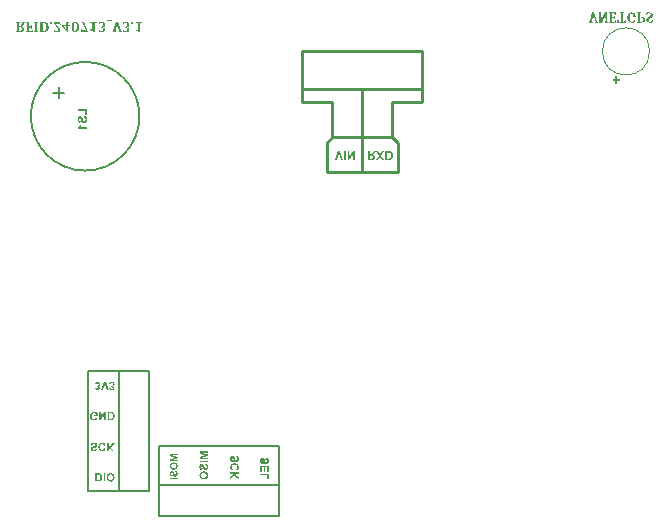
<source format=gbo>
G04*
G04 #@! TF.GenerationSoftware,Altium Limited,Altium Designer,21.0.8 (223)*
G04*
G04 Layer_Color=32896*
%FSTAX24Y24*%
%MOIN*%
G70*
G04*
G04 #@! TF.SameCoordinates,10F33D99-08B0-41F8-98B5-3503CEFC6C94*
G04*
G04*
G04 #@! TF.FilePolarity,Positive*
G04*
G01*
G75*
%ADD10C,0.0039*%
%ADD11C,0.0100*%
%ADD13C,0.0079*%
%ADD15C,0.0070*%
G36*
X033815Y049655D02*
X033781D01*
X03378Y04966D01*
X033778Y049665D01*
X033777Y049669D01*
X033776Y049673D01*
X033775Y049675D01*
X033774Y049678D01*
X033773Y049679D01*
Y049679D01*
X03377Y049685D01*
X033768Y04969D01*
X033767Y049692D01*
X033766Y049693D01*
X033763Y049697D01*
X033761Y049701D01*
X033759Y049703D01*
X033758Y049704D01*
X033755Y049707D01*
X033752Y049709D01*
X03375Y04971D01*
X033749Y049711D01*
X033746Y049713D01*
X033743Y049714D01*
X03374Y049715D01*
X033739D01*
X033734Y049715D01*
X03373Y049716D01*
X033671D01*
Y049585D01*
X033708D01*
X033712Y049585D01*
X033714Y049586D01*
X033716Y049586D01*
X03372Y049588D01*
X033721Y049588D01*
X033725Y049591D01*
X033728Y049594D01*
X03373Y049597D01*
X033731Y049598D01*
Y049598D01*
X033732Y049602D01*
X033734Y049605D01*
X033736Y049612D01*
X033737Y049615D01*
X033738Y049618D01*
X033738Y04962D01*
Y04962D01*
X033766D01*
Y04952D01*
X033738D01*
X033737Y049526D01*
X033736Y04953D01*
X033734Y049534D01*
X033733Y049537D01*
X033732Y049539D01*
X033731Y049541D01*
X033731Y049542D01*
Y049543D01*
X033727Y049547D01*
X033724Y04955D01*
X033721Y049553D01*
X033721Y049553D01*
X03372D01*
X033715Y049555D01*
X03371Y049555D01*
X033708Y049556D01*
X033671D01*
Y049438D01*
X033731D01*
X033737Y049438D01*
X033742Y04944D01*
X033745Y04944D01*
X033748Y049441D01*
X03375Y049442D01*
X033751Y049443D01*
X033751D01*
X033757Y049447D01*
X033761Y049451D01*
X033764Y049454D01*
X033765Y049455D01*
Y049456D01*
X033767Y04946D01*
X033769Y049464D01*
X033774Y049475D01*
X033776Y04948D01*
X033778Y049484D01*
X033778Y049486D01*
X033779Y049487D01*
Y049488D01*
X033813D01*
Y04941D01*
X033569D01*
Y049425D01*
X033575Y049428D01*
X033579Y049429D01*
X033582Y049431D01*
X033583Y049431D01*
X033587Y049434D01*
X033589Y049436D01*
X033591Y049438D01*
X033591Y049439D01*
X033593Y049443D01*
X033594Y049447D01*
X033595Y04945D01*
Y049452D01*
Y049452D01*
X033595Y049458D01*
Y049465D01*
Y049467D01*
Y049469D01*
Y049471D01*
Y049471D01*
Y049683D01*
Y049691D01*
X033595Y049697D01*
Y049699D01*
X033594Y049701D01*
Y049702D01*
Y049703D01*
X033594Y049708D01*
X033592Y049712D01*
X033591Y049714D01*
X033591Y049715D01*
X033589Y049719D01*
X033586Y049721D01*
X033584Y049722D01*
X033583Y049723D01*
X033579Y049725D01*
X033574Y049727D01*
X033571Y049728D01*
X03357Y049728D01*
X033569D01*
Y049744D01*
X03381D01*
X033815Y049655D01*
D02*
G37*
G36*
X034338Y049747D02*
X034351Y049745D01*
X034362Y049743D01*
X034372Y049739D01*
X03438Y049736D01*
X034384Y049734D01*
X034387Y049733D01*
X034389Y049732D01*
X034391Y049731D01*
X034391Y049731D01*
X034392D01*
X034409Y049747D01*
X034444Y049741D01*
Y049648D01*
Y049643D01*
X034444Y049639D01*
Y049636D01*
X034445Y049632D01*
Y04963D01*
X034445Y049628D01*
Y049627D01*
Y049627D01*
X034447Y049621D01*
X034449Y049618D01*
X034451Y049615D01*
X034451Y049614D01*
X034454Y049613D01*
X034456Y049611D01*
X034462Y049608D01*
X034464Y049607D01*
X034466Y049606D01*
X034468Y049606D01*
X034468D01*
Y04959D01*
X034343D01*
Y049606D01*
X034346Y049607D01*
X034349Y049608D01*
X034352Y049609D01*
X034354Y04961D01*
X034356Y049611D01*
X034357Y049612D01*
X03436Y049614D01*
X034362Y049615D01*
X034363Y049618D01*
X034364Y049618D01*
X034366Y049621D01*
X034367Y049626D01*
X034368Y049629D01*
Y04963D01*
Y04963D01*
X034368Y049633D01*
Y049637D01*
X034369Y049646D01*
Y04965D01*
Y049653D01*
Y049655D01*
Y049656D01*
Y049666D01*
X034368Y049675D01*
X034367Y049684D01*
X034366Y049691D01*
X034364Y049697D01*
X034362Y049702D01*
X03436Y049704D01*
X034359Y049707D01*
X034359Y049707D01*
X034354Y049711D01*
X034349Y049714D01*
X034344Y049716D01*
X034339Y049718D01*
X034334Y049719D01*
X03433Y04972D01*
X034327D01*
X034319Y049719D01*
X034312Y049717D01*
X034306Y049714D01*
X0343Y049711D01*
X034296Y049708D01*
X034292Y049705D01*
X03429Y049703D01*
X03429Y049702D01*
X034285Y049695D01*
X03428Y049687D01*
X034277Y049679D01*
X034273Y049671D01*
X034271Y049664D01*
X034269Y049658D01*
X034268Y049656D01*
Y049655D01*
X034268Y049654D01*
Y049654D01*
X034266Y049641D01*
X034264Y049628D01*
X034262Y049616D01*
X034262Y049604D01*
X034261Y049594D01*
X034261Y04959D01*
Y049586D01*
Y049583D01*
Y04958D01*
Y049579D01*
Y049579D01*
X034261Y049561D01*
X034262Y049545D01*
X034264Y049531D01*
X034265Y049525D01*
X034266Y049519D01*
X034267Y049514D01*
X034268Y049509D01*
X034269Y049506D01*
X03427Y049502D01*
X03427Y0495D01*
X034271Y049498D01*
X034271Y049497D01*
Y049496D01*
X034276Y049485D01*
X03428Y049475D01*
X034285Y049467D01*
X03429Y04946D01*
X034294Y049455D01*
X034297Y049452D01*
X0343Y049449D01*
X034301Y049449D01*
X034308Y049444D01*
X034315Y04944D01*
X034322Y049438D01*
X03433Y049436D01*
X034335Y049435D01*
X03434Y049434D01*
X03435D01*
X034356Y049435D01*
X034361Y049436D01*
X034365Y049437D01*
X034369Y049438D01*
X034371Y049438D01*
X034373Y04944D01*
X034373D01*
X034378Y049442D01*
X034381Y049444D01*
X034387Y04945D01*
X034389Y049453D01*
X034391Y049455D01*
X034391Y049456D01*
X034392Y049456D01*
X034395Y049461D01*
X034397Y049466D01*
X034401Y049476D01*
X034403Y049481D01*
X034404Y049485D01*
X034405Y049487D01*
Y049488D01*
X034438D01*
Y049418D01*
X034421Y049414D01*
X034404Y049411D01*
X034387Y049408D01*
X034372Y049407D01*
X034366Y049406D01*
X034359Y049406D01*
X034354D01*
X034349Y049405D01*
X03434D01*
X034328Y049406D01*
X034317Y049407D01*
X034307Y049408D01*
X034298Y04941D01*
X03429Y049412D01*
X034285Y049413D01*
X034283Y049414D01*
X034281Y049414D01*
X03428Y049415D01*
X03428D01*
X03427Y049419D01*
X03426Y049424D01*
X034252Y049429D01*
X034244Y049434D01*
X034238Y049439D01*
X034233Y049443D01*
X034231Y049445D01*
X03423Y049446D01*
X034222Y049455D01*
X034215Y049464D01*
X034209Y049473D01*
X034205Y049482D01*
X0342Y049489D01*
X034197Y049496D01*
X034196Y049498D01*
X034196Y0495D01*
X034195Y049501D01*
Y049501D01*
X034191Y049514D01*
X034188Y049528D01*
X034186Y049541D01*
X034184Y049553D01*
X034184Y049559D01*
X034183Y049564D01*
Y049568D01*
X034183Y049572D01*
Y049576D01*
Y049578D01*
Y049579D01*
Y04958D01*
X034183Y049595D01*
X034184Y049609D01*
X034186Y049623D01*
X034188Y049636D01*
X034191Y049646D01*
X034194Y049657D01*
X034197Y049667D01*
X0342Y049675D01*
X034203Y049683D01*
X034207Y049689D01*
X034209Y049694D01*
X034212Y049699D01*
X034214Y049702D01*
X034216Y049704D01*
X034217Y049706D01*
X034218Y049707D01*
X034225Y049714D01*
X034232Y04972D01*
X034241Y049726D01*
X034249Y049731D01*
X034258Y049734D01*
X034267Y049738D01*
X034276Y04974D01*
X034284Y049743D01*
X034292Y049745D01*
X0343Y049746D01*
X034307Y049747D01*
X034313Y049747D01*
X034318D01*
X034321Y049748D01*
X034325D01*
X034338Y049747D01*
D02*
G37*
G36*
X033498Y049471D02*
Y049466D01*
X033499Y049461D01*
Y049457D01*
X033499Y049454D01*
Y049452D01*
X0335Y049449D01*
Y049449D01*
Y049448D01*
X033501Y049443D01*
X033502Y04944D01*
X033503Y049437D01*
X033504Y049437D01*
X033506Y049434D01*
X033508Y049432D01*
X03351Y049431D01*
X033511Y049431D01*
X033514Y049429D01*
X033519Y049427D01*
X033521Y049426D01*
X033523Y049426D01*
X033524Y049425D01*
X033525D01*
Y04941D01*
X033432D01*
Y049425D01*
X033438Y049428D01*
X033443Y04943D01*
X033446Y049431D01*
X033446Y049431D01*
X033449Y049433D01*
X033451Y049435D01*
X033452Y049437D01*
X033453Y049437D01*
X033454Y04944D01*
X033455Y049444D01*
X033457Y049447D01*
Y049447D01*
Y049448D01*
X033457Y049451D01*
X033458Y049454D01*
X033458Y049462D01*
Y049466D01*
Y049468D01*
Y049471D01*
Y049471D01*
Y049517D01*
Y049542D01*
X033459Y049566D01*
Y049577D01*
X033459Y049588D01*
Y049597D01*
X03346Y049607D01*
Y049615D01*
Y049622D01*
X03346Y049629D01*
Y049634D01*
X033461Y049639D01*
Y049642D01*
Y049644D01*
Y049645D01*
X033457D01*
X033449Y049628D01*
X033445Y049621D01*
X033441Y049614D01*
X033438Y049608D01*
X033436Y049603D01*
X033434Y0496D01*
X033434Y049599D01*
X033429Y04959D01*
X033425Y049583D01*
X033421Y049576D01*
X033418Y049571D01*
X033416Y049566D01*
X033414Y049563D01*
X033413Y049561D01*
X033413Y04956D01*
X033325Y04941D01*
X033226D01*
Y049425D01*
X03323Y049427D01*
X033234Y049428D01*
X033238Y04943D01*
X03324Y049431D01*
X033242Y049432D01*
X033243Y049433D01*
X033244Y049434D01*
X033247Y049438D01*
X03325Y049441D01*
X033251Y049444D01*
Y049445D01*
Y049446D01*
X033251Y049448D01*
X033252Y049452D01*
X033252Y04946D01*
Y049465D01*
Y049467D01*
Y04947D01*
Y049471D01*
Y049683D01*
Y049691D01*
Y049697D01*
X033252Y049699D01*
Y049701D01*
Y049702D01*
Y049702D01*
X033251Y049708D01*
X03325Y049711D01*
X033249Y049714D01*
X033248Y049715D01*
X033246Y049719D01*
X033244Y049721D01*
X033241Y049722D01*
X03324Y049723D01*
X033236Y049725D01*
X033232Y049727D01*
X033229Y049727D01*
X033228Y049728D01*
X033227Y049728D01*
X033226D01*
Y049744D01*
X033319D01*
Y049728D01*
X033315Y049727D01*
X033311Y049726D01*
X033307Y049725D01*
X033305Y049723D01*
X033303Y049722D01*
X033302Y049721D01*
X033301Y049721D01*
X033298Y049717D01*
X033296Y049713D01*
X033295Y04971D01*
X033294Y04971D01*
Y049709D01*
X033294Y049706D01*
X033293Y049702D01*
X033293Y049693D01*
Y049689D01*
Y049686D01*
Y049684D01*
Y049683D01*
Y049604D01*
Y049582D01*
X033292Y049562D01*
X033292Y049543D01*
Y049535D01*
Y049526D01*
X033291Y049519D01*
Y049512D01*
X033291Y049507D01*
Y049502D01*
X03329Y049498D01*
Y049495D01*
Y049493D01*
Y049493D01*
X033292D01*
X033297Y049502D01*
X033302Y049512D01*
X033307Y049521D01*
X033313Y049531D01*
X033318Y04954D01*
X03332Y049544D01*
X033322Y049547D01*
X033323Y04955D01*
X033324Y049552D01*
X033325Y049553D01*
Y049554D01*
X033436Y049744D01*
X033498D01*
Y049471D01*
D02*
G37*
G36*
X034064Y049728D02*
X034058Y049727D01*
X034054Y049726D01*
X034052Y049726D01*
X034051Y049725D01*
X034047Y049723D01*
X034045Y049722D01*
X034043Y049721D01*
X034043Y04972D01*
X03404Y049716D01*
X034039Y049714D01*
X034038Y049714D01*
X034037Y04971D01*
X034036Y049707D01*
X034035Y049704D01*
Y049703D01*
X034035Y049697D01*
Y04969D01*
Y049687D01*
Y049685D01*
Y049684D01*
Y049683D01*
Y049438D01*
X034059D01*
X034064Y049438D01*
X034067Y049439D01*
X034069D01*
X034073Y04944D01*
X034076Y049441D01*
X034078Y049442D01*
X034079Y049442D01*
X034082Y049444D01*
X034084Y049446D01*
X034086Y049448D01*
X034087Y049448D01*
X034089Y049452D01*
X034092Y049454D01*
X034093Y049456D01*
X034094Y049458D01*
X034096Y049462D01*
X034098Y049466D01*
X034099Y04947D01*
X0341Y049471D01*
Y049471D01*
X034101Y049474D01*
X034102Y049478D01*
X034105Y049486D01*
X034106Y04949D01*
X034107Y049493D01*
X034107Y049495D01*
Y049495D01*
X034141D01*
Y04941D01*
X033852D01*
Y049495D01*
X033886D01*
X033888Y049487D01*
X03389Y049479D01*
X033891Y049477D01*
X033892Y049474D01*
X033892Y049473D01*
Y049472D01*
X033894Y049468D01*
X033895Y049464D01*
X033897Y04946D01*
X033899Y049458D01*
X0339Y049455D01*
X033901Y049454D01*
X033902Y049453D01*
Y049453D01*
X033907Y049448D01*
X033911Y049444D01*
X033915Y049442D01*
X033915Y049442D01*
X033916D01*
X033919Y049441D01*
X033923Y04944D01*
X03393Y049438D01*
X033934Y049438D01*
X033958D01*
Y049683D01*
Y049691D01*
Y049697D01*
X033958Y049699D01*
Y049701D01*
Y049702D01*
Y049703D01*
X033957Y049708D01*
X033956Y049712D01*
X033954Y049715D01*
X033954Y049716D01*
X033951Y049719D01*
X033948Y049722D01*
X033946Y049723D01*
X033946Y049724D01*
X033945D01*
X03394Y049726D01*
X033935Y049727D01*
X033933Y049728D01*
X03393D01*
X033929Y049728D01*
X033929D01*
Y049744D01*
X034064D01*
Y049728D01*
D02*
G37*
G36*
X034639D02*
X034635Y049727D01*
X034631Y049727D01*
X034628Y049726D01*
X034626Y049725D01*
X034623Y049724D01*
X034622Y049723D01*
X034618Y049721D01*
X034616Y049719D01*
X034615Y049717D01*
X034614Y049717D01*
X034612Y049713D01*
X034611Y04971D01*
X03461Y049707D01*
X03461Y049706D01*
X034609Y049703D01*
Y049699D01*
X034609Y049692D01*
Y049689D01*
Y049686D01*
Y049684D01*
Y049683D01*
Y049604D01*
X034615Y049605D01*
X034628D01*
X034634Y049606D01*
X034648D01*
X034663Y049605D01*
X034676Y049604D01*
X034688Y049602D01*
X034698Y0496D01*
X034705Y049597D01*
X034708Y049596D01*
X034711Y049595D01*
X034713Y049595D01*
X034715Y049594D01*
X034716Y049594D01*
X034716D01*
X034726Y049588D01*
X034735Y049583D01*
X034742Y049577D01*
X034748Y049571D01*
X034752Y049565D01*
X034755Y049561D01*
X034758Y049558D01*
X034758Y049557D01*
X034763Y049548D01*
X034767Y049538D01*
X034769Y049528D01*
X034771Y049519D01*
X034772Y049512D01*
X034773Y049506D01*
Y049503D01*
Y049502D01*
Y049501D01*
Y0495D01*
X034772Y049492D01*
X034772Y049484D01*
X03477Y049477D01*
X034768Y04947D01*
X034766Y049464D01*
X034763Y049458D01*
X03476Y049453D01*
X034758Y049449D01*
X034752Y049441D01*
X034747Y049436D01*
X034745Y049434D01*
X034743Y049433D01*
X034742Y049432D01*
X034742D01*
X034736Y049428D01*
X034729Y049424D01*
X034715Y049419D01*
X034699Y049415D01*
X034684Y049412D01*
X034677Y049411D01*
X03467Y049411D01*
X034664Y04941D01*
X034659D01*
X034655Y04941D01*
X034506D01*
Y049425D01*
X034512Y049428D01*
X034517Y049429D01*
X03452Y049431D01*
X034521Y049431D01*
X034524Y049434D01*
X034527Y049436D01*
X034528Y049438D01*
X034529Y049439D01*
X03453Y049443D01*
X034532Y049447D01*
X034532Y04945D01*
Y049452D01*
Y049452D01*
X034533Y049458D01*
Y049465D01*
Y049467D01*
Y049469D01*
Y049471D01*
Y049471D01*
Y049683D01*
Y049691D01*
X034532Y049697D01*
Y049699D01*
X034532Y049701D01*
Y049702D01*
Y049703D01*
X034531Y049708D01*
X03453Y049712D01*
X034529Y049714D01*
X034528Y049715D01*
X034526Y049719D01*
X034524Y049721D01*
X034522Y049722D01*
X034521Y049723D01*
X034516Y049725D01*
X034511Y049727D01*
X034508Y049728D01*
X034507Y049728D01*
X034506D01*
Y049744D01*
X034639D01*
Y049728D01*
D02*
G37*
G36*
X033166Y049472D02*
X033168Y049466D01*
X03317Y04946D01*
X033173Y049455D01*
X033174Y049452D01*
X033175Y049449D01*
X033176Y049447D01*
X033178Y049446D01*
Y049445D01*
X033182Y049439D01*
X033186Y049435D01*
X033188Y049432D01*
X033189Y049432D01*
X03319D01*
X033195Y049429D01*
X0332Y049427D01*
X033202Y049426D01*
X033204D01*
X033205Y049425D01*
X033205D01*
Y04941D01*
X033099D01*
Y049425D01*
X033104Y049426D01*
X033108Y049427D01*
X033111Y049428D01*
X033114Y04943D01*
X033116Y049431D01*
X033117Y049432D01*
X033119Y049432D01*
Y049433D01*
X033121Y049436D01*
X033122Y049438D01*
X033125Y049444D01*
Y049447D01*
X033125Y049449D01*
Y049451D01*
Y049452D01*
X033125Y049459D01*
X033124Y049465D01*
X033123Y049467D01*
Y049469D01*
X033123Y04947D01*
Y049471D01*
X033121Y049477D01*
X03312Y049483D01*
X033119Y049486D01*
X033118Y049488D01*
X033117Y049489D01*
Y04949D01*
X033057Y049666D01*
X033008Y049489D01*
X033007Y049483D01*
X033005Y049478D01*
X033004Y049474D01*
X033003Y049471D01*
X033002Y049468D01*
Y049466D01*
X033002Y049465D01*
Y049465D01*
X033001Y049459D01*
X033001Y049454D01*
Y049452D01*
Y04945D01*
Y049449D01*
Y049449D01*
X033001Y049445D01*
X033002Y049442D01*
X033004Y049437D01*
X033006Y049434D01*
X033007Y049433D01*
X033009Y049431D01*
X033012Y049429D01*
X033019Y049427D01*
X033021Y049426D01*
X033024D01*
X033025Y049425D01*
X033026D01*
Y04941D01*
X03289D01*
Y049425D01*
X032897Y049428D01*
X032902Y04943D01*
X032905Y049431D01*
X032906Y049432D01*
X03291Y049436D01*
X032913Y049441D01*
X032915Y049444D01*
X032915Y049444D01*
Y049445D01*
X032917Y049448D01*
X032919Y049452D01*
X032921Y049461D01*
X032923Y049465D01*
X032924Y049468D01*
X032925Y04947D01*
Y049471D01*
X033006Y049746D01*
X033063D01*
X033166Y049472D01*
D02*
G37*
G36*
X034927Y049747D02*
X034939Y049746D01*
X03495Y049744D01*
X034959Y049742D01*
X034966Y04974D01*
X034972Y049738D01*
X034974Y049738D01*
X034975Y049737D01*
X034976Y049737D01*
X034977D01*
X034986Y049732D01*
X034995Y049726D01*
X035002Y049721D01*
X035007Y049715D01*
X035012Y04971D01*
X035015Y049707D01*
X035017Y049704D01*
X035018Y049703D01*
X035022Y049694D01*
X035026Y049685D01*
X035028Y049676D01*
X03503Y049668D01*
X035031Y049661D01*
X035032Y049655D01*
Y049652D01*
Y049651D01*
Y04965D01*
Y04965D01*
X035031Y049641D01*
X035031Y049633D01*
X035029Y049626D01*
X035028Y04962D01*
X035026Y049615D01*
X035025Y049612D01*
X035024Y049609D01*
X035024Y049609D01*
X03502Y049602D01*
X035016Y049596D01*
X035012Y04959D01*
X035008Y049586D01*
X035004Y049581D01*
X035001Y049579D01*
X034998Y049577D01*
X034998Y049576D01*
X034991Y04957D01*
X034983Y049565D01*
X034975Y04956D01*
X034968Y049555D01*
X034961Y049551D01*
X034955Y049548D01*
X034953Y049547D01*
X034951Y049545D01*
X034951Y049545D01*
X03495D01*
X034942Y04954D01*
X034934Y049536D01*
X034927Y049532D01*
X034922Y049529D01*
X034918Y049526D01*
X034915Y049524D01*
X034913Y049523D01*
X034912Y049522D01*
X034908Y049518D01*
X034904Y049515D01*
X034901Y049511D01*
X034899Y049508D01*
X034896Y049506D01*
X034895Y049503D01*
X034895Y049502D01*
X034894Y049502D01*
X034891Y049494D01*
X034889Y049485D01*
Y049482D01*
X034889Y049479D01*
Y049478D01*
Y049477D01*
X034889Y049472D01*
X03489Y049468D01*
X034891Y049464D01*
X034892Y04946D01*
X034893Y049458D01*
X034894Y049455D01*
X034895Y049454D01*
Y049454D01*
X0349Y049447D01*
X034906Y049443D01*
X034908Y049441D01*
X034911Y04944D01*
X034912Y049439D01*
X034912D01*
X034921Y049436D01*
X034929Y049435D01*
X034932Y049434D01*
X034943D01*
X034949Y049435D01*
X034953Y049436D01*
X034957Y049437D01*
X03496Y049438D01*
X034962Y049438D01*
X034964Y04944D01*
X034965D01*
X034968Y049442D01*
X034972Y049444D01*
X034978Y04945D01*
X03498Y049453D01*
X034981Y049455D01*
X034982Y049456D01*
X034983Y049456D01*
X034985Y049461D01*
X034987Y049466D01*
X034991Y049476D01*
X034992Y04948D01*
X034994Y049484D01*
X034995Y049486D01*
Y049487D01*
X035028D01*
Y049416D01*
X035019Y049414D01*
X03501Y049412D01*
X035003Y049411D01*
X034996Y04941D01*
X03499Y049409D01*
X034986Y049408D01*
X034984Y049408D01*
X034983D01*
X034968Y049406D01*
X034961Y049406D01*
X034955D01*
X034949Y049405D01*
X034941D01*
X034927Y049406D01*
X034915Y049407D01*
X034903Y049408D01*
X034894Y049411D01*
X034886Y049413D01*
X034883Y049413D01*
X03488Y049414D01*
X034878Y049415D01*
X034876Y049416D01*
X034876Y049416D01*
X034875D01*
X034865Y04942D01*
X034856Y049426D01*
X034849Y049431D01*
X034843Y049436D01*
X034838Y049441D01*
X034835Y049445D01*
X034832Y049447D01*
X034832Y049448D01*
X034827Y049456D01*
X034823Y049465D01*
X034821Y049474D01*
X034819Y049482D01*
X034818Y049489D01*
X034817Y049495D01*
Y049497D01*
Y049499D01*
Y049499D01*
Y0495D01*
X034818Y049506D01*
X034818Y049513D01*
X034819Y049518D01*
X03482Y049523D01*
X034822Y049527D01*
X034822Y04953D01*
X034823Y049532D01*
Y049533D01*
X034829Y049543D01*
X034831Y049548D01*
X034834Y049552D01*
X034836Y049555D01*
X034838Y049558D01*
X03484Y04956D01*
X03484Y04956D01*
X034849Y049569D01*
X034853Y049573D01*
X034858Y049576D01*
X034861Y049579D01*
X034864Y049581D01*
X034866Y049582D01*
X034866Y049583D01*
X034878Y04959D01*
X034884Y049594D01*
X03489Y049597D01*
X034894Y049599D01*
X034898Y049601D01*
X0349Y049602D01*
X034901Y049603D01*
X034909Y049607D01*
X034916Y04961D01*
X034922Y049614D01*
X034927Y049618D01*
X034931Y04962D01*
X034933Y049622D01*
X034935Y049624D01*
X034936Y049624D01*
X03494Y049628D01*
X034944Y049632D01*
X034947Y049635D01*
X034949Y049638D01*
X034951Y049641D01*
X034953Y049643D01*
X034954Y049645D01*
Y049645D01*
X034956Y04965D01*
X034957Y049654D01*
X034959Y049662D01*
Y049666D01*
X03496Y049669D01*
Y049671D01*
Y049672D01*
X034959Y049678D01*
X034959Y049683D01*
X034957Y049687D01*
X034956Y049691D01*
X034955Y049695D01*
X034954Y049697D01*
X034953Y049698D01*
X034953Y049699D01*
X03495Y049703D01*
X034947Y049706D01*
X034941Y049711D01*
X034938Y049713D01*
X034936Y049714D01*
X034935Y049715D01*
X034934D01*
X034925Y049717D01*
X034917Y049719D01*
X034913D01*
X034911Y04972D01*
X034908D01*
X034899Y049719D01*
X03489Y049717D01*
X034883Y049715D01*
X034877Y049713D01*
X034872Y04971D01*
X034868Y049708D01*
X034866Y049706D01*
X034866Y049705D01*
X034861Y049699D01*
X034856Y049692D01*
X034853Y049685D01*
X03485Y049678D01*
X034848Y049672D01*
X034847Y049667D01*
X034846Y049664D01*
Y049663D01*
X034846Y049662D01*
Y049662D01*
X034812D01*
Y049737D01*
X03483Y049741D01*
X034838Y049742D01*
X034846Y049743D01*
X034853Y049744D01*
X034858Y049745D01*
X034861Y049745D01*
X034862D01*
X034873Y049746D01*
X034882Y049747D01*
X034891Y049747D01*
X034899D01*
X034906Y049748D01*
X034915D01*
X034927Y049747D01*
D02*
G37*
G36*
X033847Y047521D02*
X03394D01*
Y047457D01*
X033847D01*
Y047366D01*
X033785D01*
Y047457D01*
X033693D01*
Y047521D01*
X033785D01*
Y047612D01*
X033847D01*
Y047521D01*
D02*
G37*
G36*
X017011Y049455D02*
X016825D01*
Y049493D01*
X017011D01*
Y049455D01*
D02*
G37*
G36*
X01772Y049355D02*
X017654D01*
Y049429D01*
X01772D01*
Y049355D01*
D02*
G37*
G36*
X015011D02*
X014945D01*
Y049429D01*
X015011D01*
Y049355D01*
D02*
G37*
G36*
X015293Y049341D02*
X015265D01*
X015264Y049346D01*
X015263Y049349D01*
X015262Y049352D01*
X01526Y049355D01*
X015259Y049357D01*
X015258Y049358D01*
X015258Y049359D01*
Y049359D01*
X015254Y049363D01*
X01525Y049365D01*
X015247Y049366D01*
X015246Y049367D01*
X015245D01*
X015242Y049367D01*
X015238Y049368D01*
X01523Y049369D01*
X015227Y049369D01*
X015134D01*
Y049367D01*
X015138Y049363D01*
X015141Y049358D01*
X015149Y049348D01*
X015153Y049344D01*
X015156Y049341D01*
X015158Y049338D01*
X015158Y049337D01*
X015171Y049324D01*
X015177Y049318D01*
X015182Y049312D01*
X015187Y049307D01*
X015191Y049304D01*
X015193Y049301D01*
X015194Y0493D01*
X015201Y049293D01*
X015209Y049286D01*
X015215Y04928D01*
X015221Y049274D01*
X015231Y049263D01*
X01524Y049255D01*
X015246Y049248D01*
X015251Y049243D01*
X015253Y04924D01*
X015254Y049239D01*
X01526Y049231D01*
X015265Y049224D01*
X01527Y049218D01*
X015273Y049212D01*
X015276Y049208D01*
X015277Y049204D01*
X015278Y049202D01*
X015279Y049201D01*
X015281Y049195D01*
X015283Y049188D01*
X015284Y049182D01*
X015285Y049177D01*
X015286Y049172D01*
X015286Y049168D01*
Y049166D01*
Y049165D01*
X015286Y049157D01*
X015284Y04915D01*
X015283Y049143D01*
X015281Y049138D01*
X015279Y049133D01*
X015277Y049129D01*
X015276Y049127D01*
X015276Y049127D01*
X015271Y049121D01*
X015266Y049115D01*
X015261Y049111D01*
X015256Y049107D01*
X015251Y049104D01*
X015247Y049102D01*
X015244Y0491D01*
X015243Y0491D01*
X015234Y049097D01*
X015224Y049094D01*
X015214Y049092D01*
X015205Y049091D01*
X015197Y049091D01*
X015193D01*
X01519Y04909D01*
X015177D01*
X01517Y049091D01*
X015164Y049091D01*
X015159D01*
X015155Y049092D01*
X015151Y049092D01*
X015148Y049093D01*
X015148D01*
X015136Y049095D01*
X01513Y049096D01*
X015125Y049097D01*
X015121Y049098D01*
X015117Y049099D01*
X015115Y0491D01*
X015115D01*
X015108Y049102D01*
X0151Y049105D01*
X015092Y049108D01*
X015085Y04911D01*
X015078Y049113D01*
X015073Y049115D01*
X01507Y049116D01*
X015069Y049116D01*
X015068Y049117D01*
X015068D01*
Y049175D01*
X015112D01*
X015115Y049164D01*
X015117Y049155D01*
X015121Y049147D01*
X015123Y049141D01*
X015126Y049137D01*
X015128Y049134D01*
X01513Y049132D01*
X01513Y049131D01*
X015136Y049126D01*
X015141Y049123D01*
X015147Y04912D01*
X015152Y049118D01*
X015156Y049117D01*
X01516Y049117D01*
X015163D01*
X015171Y049117D01*
X015177Y049119D01*
X015183Y049122D01*
X015187Y049124D01*
X015191Y049128D01*
X015194Y04913D01*
X015195Y049132D01*
X015196Y049133D01*
X0152Y049139D01*
X015203Y049146D01*
X015205Y049153D01*
X015206Y049159D01*
X015207Y049165D01*
X015208Y04917D01*
Y049174D01*
Y049174D01*
Y049175D01*
X015207Y049182D01*
X015207Y049188D01*
X015206Y049195D01*
X015205Y0492D01*
X015203Y049205D01*
X015202Y049209D01*
X015201Y049211D01*
X015201Y049212D01*
X015198Y049218D01*
X015195Y049225D01*
X015192Y049232D01*
X015188Y049237D01*
X015185Y049243D01*
X015182Y049247D01*
X015181Y049249D01*
X01518Y04925D01*
X015175Y049258D01*
X015168Y049266D01*
X015162Y049275D01*
X015155Y049283D01*
X01515Y04929D01*
X015145Y049296D01*
X015143Y049298D01*
X015141Y0493D01*
X015141Y049301D01*
X01514Y049301D01*
X01513Y049313D01*
X015121Y049325D01*
X015112Y049335D01*
X015106Y049344D01*
X0151Y049352D01*
X015096Y049357D01*
X015094Y049359D01*
X015093Y049361D01*
X015092Y049361D01*
Y049362D01*
X015086Y049372D01*
X01508Y049382D01*
X015075Y04939D01*
X01507Y049398D01*
X015067Y049405D01*
X015065Y049409D01*
X015063Y049412D01*
X015063Y049413D01*
Y049413D01*
Y049429D01*
X015288D01*
X015293Y049341D01*
D02*
G37*
G36*
X014113Y049413D02*
X014108Y049412D01*
X014103Y04941D01*
X014099Y049408D01*
X014096Y049406D01*
X014093Y049403D01*
X01409Y049401D01*
X014089Y0494D01*
X014089Y0494D01*
X014085Y049395D01*
X014081Y049389D01*
X014075Y049378D01*
X014072Y049373D01*
X01407Y04937D01*
X014069Y049367D01*
X014068Y049366D01*
X014053Y049332D01*
X014049Y049325D01*
X014045Y049319D01*
X014041Y049313D01*
X014038Y049308D01*
X014035Y049305D01*
X014033Y049301D01*
X014031Y0493D01*
X014031Y049299D01*
X014026Y049294D01*
X014022Y04929D01*
X014017Y049287D01*
X014012Y049284D01*
X014008Y049282D01*
X014005Y04928D01*
X014002Y049279D01*
X014001Y049278D01*
Y049276D01*
X01401Y049272D01*
X014018Y049268D01*
X014024Y049265D01*
X01403Y049262D01*
X014034Y049259D01*
X014037Y049257D01*
X014039Y049255D01*
X01404Y049254D01*
X014044Y04925D01*
X014049Y049245D01*
X014053Y04924D01*
X014056Y049236D01*
X014059Y049232D01*
X01406Y049229D01*
X014061Y049227D01*
X014062Y049226D01*
X014065Y049219D01*
X014067Y049212D01*
X014069Y049205D01*
X01407Y049199D01*
X01407Y049193D01*
X014071Y049188D01*
Y049186D01*
Y049185D01*
Y049178D01*
X01407Y049171D01*
X014069Y049166D01*
X014069Y049162D01*
X014067Y049158D01*
X014066Y049155D01*
X014066Y049153D01*
Y049152D01*
X014062Y049143D01*
X01406Y049139D01*
X014058Y049135D01*
X014055Y049132D01*
X014054Y04913D01*
X014053Y049129D01*
X014052Y049128D01*
X014045Y049121D01*
X014038Y049115D01*
X014035Y049114D01*
X014033Y049112D01*
X014031Y049111D01*
X014031Y049111D01*
X014019Y049105D01*
X014013Y049103D01*
X014007Y049101D01*
X014002Y0491D01*
X013999Y049099D01*
X013996Y049098D01*
X013995D01*
X013988Y049097D01*
X013979Y049096D01*
X013971Y049096D01*
X013963Y049095D01*
X013957Y049094D01*
X013803D01*
Y04911D01*
X013809Y049112D01*
X013814Y049114D01*
X013816Y049116D01*
X013817Y049116D01*
X013821Y049118D01*
X013823Y049121D01*
X013825Y049123D01*
X013826Y049124D01*
X013827Y049128D01*
X013828Y049132D01*
X013829Y049135D01*
Y049136D01*
Y049137D01*
X013829Y049143D01*
Y04915D01*
Y049152D01*
Y049154D01*
Y049156D01*
Y049156D01*
Y049368D01*
Y049376D01*
X013829Y049382D01*
Y049384D01*
X013828Y049386D01*
Y049387D01*
Y049388D01*
X013828Y049393D01*
X013827Y049397D01*
X013826Y049399D01*
X013825Y0494D01*
X013823Y049403D01*
X013821Y049406D01*
X013818Y049407D01*
X013817Y049408D01*
X013813Y04941D01*
X013808Y049412D01*
X013805Y049413D01*
X013804Y049413D01*
X013803D01*
Y049429D01*
X013932D01*
Y049413D01*
X013927Y049412D01*
X013923Y049411D01*
X01392Y049409D01*
X013918Y049408D01*
X013916Y049407D01*
X013915Y049406D01*
X013913Y049406D01*
X013911Y049402D01*
X013909Y049398D01*
X013907Y049395D01*
X013907Y049394D01*
Y049394D01*
X013906Y04939D01*
X013906Y049387D01*
X013905Y049378D01*
Y049374D01*
Y049371D01*
Y049369D01*
Y049368D01*
Y049289D01*
X013924D01*
X013928Y049289D01*
X013932Y04929D01*
X013935Y04929D01*
X013937Y049291D01*
X013939Y049292D01*
X013939Y049292D01*
X01394D01*
X013945Y049295D01*
X013948Y049298D01*
X013951Y049301D01*
X013952Y049302D01*
Y049302D01*
X013954Y049306D01*
X013957Y04931D01*
X013962Y049319D01*
X013964Y049323D01*
X013965Y049326D01*
X013966Y049328D01*
X013967Y049329D01*
X013986Y049371D01*
X013993Y049384D01*
X013999Y049396D01*
X014004Y049406D01*
X014009Y049414D01*
X014013Y049421D01*
X014016Y049425D01*
X014018Y049428D01*
X014018Y049429D01*
X014113D01*
Y049413D01*
D02*
G37*
G36*
X015578D02*
X015573Y049412D01*
X015568Y04941D01*
X015566Y049409D01*
X015565Y049409D01*
X015561Y049407D01*
X015559Y049405D01*
X015557Y049402D01*
X015557Y049402D01*
X015555Y049398D01*
X015554Y049394D01*
X015553Y049391D01*
X015553Y04939D01*
Y04939D01*
X015552Y049383D01*
X015551Y049376D01*
Y049373D01*
Y049371D01*
Y049369D01*
Y049369D01*
Y049332D01*
X015614D01*
X015617Y049278D01*
X015591D01*
X01559Y049282D01*
X015589Y049285D01*
X015587Y049288D01*
X015586Y04929D01*
X015585Y049293D01*
X015584Y049294D01*
X015581Y049296D01*
X015579Y049298D01*
X015577Y049299D01*
X015576Y0493D01*
X015574Y0493D01*
X015571Y049301D01*
X015566Y049301D01*
X015551D01*
Y049092D01*
X015496D01*
X015347Y049306D01*
Y049332D01*
X015479D01*
Y049369D01*
Y049377D01*
X015478Y04938D01*
Y049383D01*
Y049385D01*
X015478Y049387D01*
Y049388D01*
Y049388D01*
X015477Y049393D01*
X015476Y049397D01*
X015475Y049399D01*
X015474Y0494D01*
X015472Y049403D01*
X01547Y049406D01*
X015467Y049407D01*
X015466Y049408D01*
X015462Y04941D01*
X015458Y049412D01*
X015454Y049413D01*
X015453Y049413D01*
X015453D01*
Y049429D01*
X015578D01*
Y049413D01*
D02*
G37*
G36*
X014268D02*
X014262Y049412D01*
X014257Y049411D01*
X014255Y049411D01*
X014254Y04941D01*
X01425Y049408D01*
X014248Y049407D01*
X014246Y049406D01*
X014246Y049405D01*
X014243Y049401D01*
X014242Y049399D01*
X014241Y049399D01*
X01424Y049395D01*
X014239Y049391D01*
X014238Y049389D01*
Y049388D01*
X014238Y049382D01*
Y049375D01*
Y049372D01*
Y04937D01*
Y049369D01*
Y049368D01*
Y049277D01*
X014269D01*
X014277Y049277D01*
X014282Y049278D01*
X014285Y04928D01*
X014286Y04928D01*
X014291Y049283D01*
X014294Y049287D01*
X014296Y04929D01*
X014297Y049292D01*
Y049292D01*
X014298Y049295D01*
X0143Y049299D01*
X014302Y049307D01*
X014303Y049311D01*
X014304Y049313D01*
X014304Y049316D01*
Y049316D01*
X014332D01*
Y049209D01*
X014304D01*
X014303Y049215D01*
X014302Y049219D01*
X014301Y049223D01*
X0143Y049227D01*
X014299Y049229D01*
X014298Y049231D01*
X014297Y049232D01*
Y049233D01*
X014294Y049238D01*
X014291Y049242D01*
X014288Y049244D01*
X014287Y049245D01*
X014287D01*
X014281Y049246D01*
X014276Y049247D01*
X014273Y049248D01*
X014238D01*
Y049123D01*
X014292D01*
X014297Y049123D01*
X014302Y049124D01*
X014306Y049125D01*
X014309Y049126D01*
X01431Y049127D01*
X014311Y049128D01*
X014312D01*
X014317Y049132D01*
X014321Y049136D01*
X014324Y049139D01*
X014325Y04914D01*
Y049141D01*
X014327Y049145D01*
X01433Y049149D01*
X014334Y04916D01*
X014337Y049165D01*
X014338Y049169D01*
X014339Y049171D01*
X014339Y049172D01*
Y049173D01*
X014373D01*
Y049094D01*
X014136D01*
Y04911D01*
X014142Y049112D01*
X014146Y049114D01*
X014149Y049116D01*
X01415Y049116D01*
X014154Y049118D01*
X014156Y049121D01*
X014158Y049123D01*
X014158Y049124D01*
X01416Y049128D01*
X014161Y049132D01*
X014161Y049135D01*
Y049136D01*
Y049137D01*
X014162Y049143D01*
Y04915D01*
Y049152D01*
Y049154D01*
Y049156D01*
Y049156D01*
Y049367D01*
Y049376D01*
X014161Y049379D01*
Y049382D01*
Y049384D01*
X014161Y049386D01*
Y049387D01*
Y049388D01*
X01416Y049393D01*
X014159Y049397D01*
X014158Y049399D01*
X014158Y0494D01*
X014155Y049403D01*
X014153Y049406D01*
X014151Y049408D01*
X01415Y049408D01*
X014145Y04941D01*
X014141Y049412D01*
X014137Y049413D01*
X014136Y049413D01*
X014136D01*
Y049429D01*
X014268D01*
Y049413D01*
D02*
G37*
G36*
X018011Y049407D02*
X018004D01*
X017998Y049407D01*
X017993D01*
X017988Y049406D01*
X017985D01*
X017982Y049406D01*
X01798D01*
X017972Y049404D01*
X017966Y049403D01*
X017964Y049402D01*
X017963Y049402D01*
X017961Y049401D01*
X017961D01*
X017956Y049399D01*
X017952Y049397D01*
X01795Y049395D01*
X017949Y049394D01*
X017947Y04939D01*
X017945Y049387D01*
X017944Y049384D01*
X017943Y049383D01*
Y049383D01*
X017943Y049379D01*
X017942Y049376D01*
X017942Y049369D01*
Y049366D01*
Y049363D01*
Y049361D01*
Y049361D01*
Y049156D01*
Y049141D01*
X017942Y049128D01*
Y049117D01*
X017943Y049107D01*
Y0491D01*
X017943Y049094D01*
Y049091D01*
Y04909D01*
X017912D01*
X017784Y049167D01*
X017799Y049193D01*
X017808Y049187D01*
X017815Y049182D01*
X017822Y049179D01*
X017827Y049175D01*
X01783Y049173D01*
X017833Y049171D01*
X017835Y04917D01*
X017835D01*
X017839Y049168D01*
X017843Y049167D01*
X017848Y049165D01*
X01785D01*
X017852Y049164D01*
X017853D01*
X017857Y049165D01*
X01786Y049167D01*
X017863Y049168D01*
X017863Y049169D01*
X017864Y04917D01*
X017865Y049173D01*
X017866Y049177D01*
X017867Y04918D01*
Y049182D01*
Y049183D01*
Y049183D01*
Y049361D01*
Y049367D01*
X017866Y049372D01*
X017866Y049377D01*
Y04938D01*
X017865Y049383D01*
X017865Y049384D01*
X017864Y049385D01*
Y049386D01*
X017862Y049391D01*
X017859Y049394D01*
X017856Y049397D01*
X017856Y049397D01*
X017855D01*
X017852Y049399D01*
X01785Y0494D01*
X017844Y049402D01*
X017841Y049403D01*
X017839Y049403D01*
X017838Y049404D01*
X017837D01*
X017832Y049405D01*
X017826Y049405D01*
X017814Y049406D01*
X017808Y049407D01*
X017803D01*
X0178Y049407D01*
X017799D01*
Y049429D01*
X018011D01*
Y049407D01*
D02*
G37*
G36*
X016494D02*
X016488D01*
X016482Y049407D01*
X016476D01*
X016472Y049406D01*
X016469D01*
X016466Y049406D01*
X016464D01*
X016456Y049404D01*
X01645Y049403D01*
X016448Y049402D01*
X016446Y049402D01*
X016445Y049401D01*
X016445D01*
X01644Y049399D01*
X016436Y049397D01*
X016434Y049395D01*
X016433Y049394D01*
X01643Y04939D01*
X016428Y049387D01*
X016428Y049384D01*
X016427Y049383D01*
Y049383D01*
X016427Y049379D01*
X016426Y049376D01*
X016426Y049369D01*
Y049366D01*
Y049363D01*
Y049361D01*
Y049361D01*
Y049156D01*
Y049141D01*
X016426Y049128D01*
Y049117D01*
X016427Y049107D01*
Y0491D01*
X016427Y049094D01*
Y049091D01*
Y04909D01*
X016396D01*
X016268Y049167D01*
X016283Y049193D01*
X016291Y049187D01*
X016299Y049182D01*
X016305Y049179D01*
X01631Y049175D01*
X016314Y049173D01*
X016317Y049171D01*
X016319Y04917D01*
X016319D01*
X016323Y049168D01*
X016327Y049167D01*
X016332Y049165D01*
X016334D01*
X016336Y049164D01*
X016337D01*
X016341Y049165D01*
X016344Y049167D01*
X016346Y049168D01*
X016347Y049169D01*
X016348Y04917D01*
X016349Y049173D01*
X01635Y049177D01*
X016351Y04918D01*
Y049182D01*
Y049183D01*
Y049183D01*
Y049361D01*
Y049367D01*
X01635Y049372D01*
X01635Y049377D01*
Y04938D01*
X016349Y049383D01*
X016349Y049384D01*
X016348Y049385D01*
Y049386D01*
X016345Y049391D01*
X016343Y049394D01*
X01634Y049397D01*
X016339Y049397D01*
X016339D01*
X016336Y049399D01*
X016333Y0494D01*
X016327Y049402D01*
X016325Y049403D01*
X016323Y049403D01*
X016321Y049404D01*
X016321D01*
X016316Y049405D01*
X01631Y049405D01*
X016297Y049406D01*
X016292Y049407D01*
X016287D01*
X016284Y049407D01*
X016283D01*
Y049429D01*
X016494D01*
Y049407D01*
D02*
G37*
G36*
X016203Y04911D02*
Y049094D01*
X015968D01*
X015961Y049196D01*
X01599D01*
X015991Y049192D01*
X015992Y049187D01*
X015993Y049184D01*
X015994Y049181D01*
X015994Y04918D01*
X015995Y049178D01*
X015995Y049177D01*
X015998Y049173D01*
X016Y04917D01*
X016001Y049168D01*
X016002Y049167D01*
X016006Y049164D01*
X016009Y049163D01*
X016012Y049162D01*
X016013Y049162D01*
X016019Y04916D01*
X016024Y04916D01*
X01614D01*
Y049163D01*
X016017Y049413D01*
Y04943D01*
X016067D01*
X016203Y04911D01*
D02*
G37*
G36*
X017477Y049432D02*
X01749Y049431D01*
X017502Y049429D01*
X017512Y049426D01*
X01752Y049424D01*
X017523Y049423D01*
X017526Y049423D01*
X017528Y049421D01*
X01753Y049421D01*
X01753Y04942D01*
X017531D01*
X017541Y049415D01*
X017549Y049409D01*
X017556Y049404D01*
X017562Y049399D01*
X017567Y049394D01*
X01757Y04939D01*
X017572Y049387D01*
X017573Y049386D01*
X017578Y049377D01*
X017581Y049369D01*
X017584Y04936D01*
X017585Y049352D01*
X017586Y049346D01*
X017587Y04934D01*
Y049338D01*
Y049336D01*
Y049336D01*
Y049335D01*
X017586Y049326D01*
X017585Y049319D01*
X017584Y049312D01*
X017582Y049306D01*
X01758Y049301D01*
X017578Y049298D01*
X017577Y049295D01*
X017577Y049294D01*
X017572Y049288D01*
X017568Y049282D01*
X017563Y049277D01*
X017559Y049274D01*
X017554Y04927D01*
X017551Y049268D01*
X017549Y049266D01*
X017548Y049266D01*
X017542Y049262D01*
X017535Y049259D01*
X017529Y049257D01*
X017522Y049255D01*
X017517Y049253D01*
X017513Y049252D01*
X01751Y049252D01*
X017509D01*
Y04925D01*
X017518Y049245D01*
X017526Y049241D01*
X017532Y049237D01*
X017538Y049234D01*
X017543Y049231D01*
X017546Y049229D01*
X017548Y049227D01*
X017549Y049227D01*
X017554Y049222D01*
X017559Y049217D01*
X017563Y049212D01*
X017566Y049208D01*
X017569Y049204D01*
X017571Y049201D01*
X017572Y049199D01*
X017572Y049199D01*
X017575Y049193D01*
X017577Y049186D01*
X017578Y04918D01*
X017579Y049175D01*
X01758Y04917D01*
X01758Y049165D01*
Y049163D01*
Y049162D01*
X01758Y049154D01*
X017578Y049146D01*
X017577Y04914D01*
X017574Y049134D01*
X017572Y049129D01*
X01757Y049126D01*
X017568Y049124D01*
X017568Y049123D01*
X017563Y049117D01*
X017557Y049112D01*
X017551Y049109D01*
X017545Y049105D01*
X01754Y049102D01*
X017536Y0491D01*
X017533Y049099D01*
X017532Y049099D01*
X017532D01*
X017523Y049096D01*
X017514Y049094D01*
X017505Y049092D01*
X017497Y049091D01*
X01749Y049091D01*
X017484Y04909D01*
X017479D01*
X017469Y049091D01*
X017459Y049091D01*
X01744Y049094D01*
X017421Y049098D01*
X017412Y049101D01*
X017403Y049103D01*
X017395Y049106D01*
X017388Y049108D01*
X017382Y049111D01*
X017376Y049112D01*
X017372Y049114D01*
X017369Y049116D01*
X017366Y049116D01*
X017366Y049117D01*
Y049175D01*
X01741D01*
X017412Y049168D01*
X017413Y049161D01*
X017415Y049155D01*
X017417Y04915D01*
X017419Y049146D01*
X01742Y049143D01*
X017421Y049141D01*
X017421Y049141D01*
X017425Y049136D01*
X017428Y049133D01*
X017431Y049129D01*
X017434Y049127D01*
X017436Y049124D01*
X017438Y049123D01*
X017439Y049122D01*
X01744D01*
X017447Y049119D01*
X017455Y049117D01*
X017458Y049117D01*
X017462D01*
X01747Y049117D01*
X017476Y049119D01*
X017482Y049121D01*
X017486Y049124D01*
X01749Y049127D01*
X017492Y049129D01*
X017494Y04913D01*
X017494Y049131D01*
X017498Y049136D01*
X017501Y049143D01*
X017503Y04915D01*
X017504Y049157D01*
X017505Y049163D01*
X017506Y049168D01*
Y049171D01*
Y049171D01*
Y049172D01*
X017504Y049185D01*
X017502Y049195D01*
X017498Y049204D01*
X017495Y049212D01*
X01749Y049218D01*
X017486Y049222D01*
X017484Y049224D01*
X017483Y049225D01*
X017474Y049231D01*
X017464Y049236D01*
X017453Y04924D01*
X017443Y049242D01*
X017433Y049243D01*
X017429Y049244D01*
X017425Y049245D01*
X017423D01*
X01742Y049245D01*
X017418D01*
Y049273D01*
X017438D01*
X017451Y049274D01*
X017462Y049276D01*
X017472Y049278D01*
X017479Y049281D01*
X017485Y049284D01*
X01749Y049287D01*
X017492Y049289D01*
X017493Y04929D01*
X017499Y049297D01*
X017504Y049305D01*
X017507Y049313D01*
X017509Y049322D01*
X01751Y049329D01*
X017512Y049336D01*
Y049338D01*
Y04934D01*
Y049341D01*
Y049341D01*
X017511Y049353D01*
X017509Y049363D01*
X017507Y049371D01*
X017503Y049378D01*
X0175Y049385D01*
X017495Y04939D01*
X01749Y049394D01*
X017486Y049397D01*
X017481Y0494D01*
X017476Y049402D01*
X017472Y049403D01*
X017468Y049405D01*
X017465Y049405D01*
X017462Y049406D01*
X01746D01*
X017452Y049405D01*
X017446Y049403D01*
X01744Y049402D01*
X017435Y049399D01*
X017431Y049397D01*
X017428Y049395D01*
X017426Y049394D01*
X017425Y049393D01*
X017421Y049388D01*
X017417Y049382D01*
X017414Y049375D01*
X017411Y049368D01*
X017408Y049362D01*
X017407Y049357D01*
X017406Y049354D01*
X017406Y049353D01*
Y049353D01*
X017361D01*
Y049414D01*
X017369Y049418D01*
X017377Y04942D01*
X017385Y049423D01*
X017392Y049424D01*
X017399Y049426D01*
X017403Y049427D01*
X017407Y049428D01*
X017408D01*
X017418Y04943D01*
X017428Y049431D01*
X017437Y049432D01*
X017445Y049432D01*
X017452D01*
X017458Y049433D01*
X017462D01*
X017477Y049432D01*
D02*
G37*
G36*
X016674D02*
X016687Y049431D01*
X016699Y049429D01*
X016708Y049426D01*
X016717Y049424D01*
X01672Y049423D01*
X016723Y049423D01*
X016725Y049421D01*
X016726Y049421D01*
X016727Y04942D01*
X016728D01*
X016737Y049415D01*
X016746Y049409D01*
X016753Y049404D01*
X016759Y049399D01*
X016764Y049394D01*
X016767Y04939D01*
X016769Y049387D01*
X01677Y049386D01*
X016774Y049377D01*
X016778Y049369D01*
X01678Y04936D01*
X016782Y049352D01*
X016783Y049346D01*
X016784Y04934D01*
Y049338D01*
Y049336D01*
Y049336D01*
Y049335D01*
X016783Y049326D01*
X016782Y049319D01*
X01678Y049312D01*
X016779Y049306D01*
X016777Y049301D01*
X016775Y049298D01*
X016774Y049295D01*
X016773Y049294D01*
X016769Y049288D01*
X016765Y049282D01*
X01676Y049277D01*
X016755Y049274D01*
X016751Y04927D01*
X016748Y049268D01*
X016746Y049266D01*
X016745Y049266D01*
X016738Y049262D01*
X016731Y049259D01*
X016725Y049257D01*
X016719Y049255D01*
X016714Y049253D01*
X01671Y049252D01*
X016707Y049252D01*
X016706D01*
Y04925D01*
X016715Y049245D01*
X016723Y049241D01*
X016729Y049237D01*
X016735Y049234D01*
X01674Y049231D01*
X016743Y049229D01*
X016745Y049227D01*
X016746Y049227D01*
X016751Y049222D01*
X016756Y049217D01*
X01676Y049212D01*
X016763Y049208D01*
X016766Y049204D01*
X016767Y049201D01*
X016768Y049199D01*
X016769Y049199D01*
X016772Y049193D01*
X016774Y049186D01*
X016775Y04918D01*
X016776Y049175D01*
X016777Y04917D01*
X016777Y049165D01*
Y049163D01*
Y049162D01*
X016777Y049154D01*
X016775Y049146D01*
X016773Y04914D01*
X016771Y049134D01*
X016768Y049129D01*
X016767Y049126D01*
X016765Y049124D01*
X016765Y049123D01*
X01676Y049117D01*
X016754Y049112D01*
X016748Y049109D01*
X016742Y049105D01*
X016737Y049102D01*
X016732Y0491D01*
X01673Y049099D01*
X016729Y049099D01*
X016729D01*
X01672Y049096D01*
X016711Y049094D01*
X016702Y049092D01*
X016694Y049091D01*
X016687Y049091D01*
X016681Y04909D01*
X016676D01*
X016666Y049091D01*
X016656Y049091D01*
X016636Y049094D01*
X016618Y049098D01*
X016609Y049101D01*
X0166Y049103D01*
X016592Y049106D01*
X016585Y049108D01*
X016578Y049111D01*
X016573Y049112D01*
X016569Y049114D01*
X016565Y049116D01*
X016563Y049116D01*
X016563Y049117D01*
Y049175D01*
X016607D01*
X016609Y049168D01*
X01661Y049161D01*
X016612Y049155D01*
X016614Y04915D01*
X016616Y049146D01*
X016617Y049143D01*
X016618Y049141D01*
X016618Y049141D01*
X016622Y049136D01*
X016625Y049133D01*
X016628Y049129D01*
X01663Y049127D01*
X016633Y049124D01*
X016635Y049123D01*
X016636Y049122D01*
X016636D01*
X016644Y049119D01*
X016652Y049117D01*
X016654Y049117D01*
X016659D01*
X016666Y049117D01*
X016673Y049119D01*
X016678Y049121D01*
X016683Y049124D01*
X016687Y049127D01*
X016689Y049129D01*
X01669Y04913D01*
X016691Y049131D01*
X016695Y049136D01*
X016697Y049143D01*
X0167Y04915D01*
X016701Y049157D01*
X016702Y049163D01*
X016702Y049168D01*
Y049171D01*
Y049171D01*
Y049172D01*
X016701Y049185D01*
X016699Y049195D01*
X016695Y049204D01*
X016691Y049212D01*
X016687Y049218D01*
X016683Y049222D01*
X016681Y049224D01*
X01668Y049225D01*
X016671Y049231D01*
X016661Y049236D01*
X01665Y04924D01*
X01664Y049242D01*
X01663Y049243D01*
X016626Y049244D01*
X016622Y049245D01*
X016619D01*
X016617Y049245D01*
X016615D01*
Y049273D01*
X016635D01*
X016648Y049274D01*
X016659Y049276D01*
X016669Y049278D01*
X016676Y049281D01*
X016682Y049284D01*
X016687Y049287D01*
X016689Y049289D01*
X01669Y04929D01*
X016696Y049297D01*
X016701Y049305D01*
X016704Y049313D01*
X016706Y049322D01*
X016707Y049329D01*
X016708Y049336D01*
Y049338D01*
Y04934D01*
Y049341D01*
Y049341D01*
X016708Y049353D01*
X016706Y049363D01*
X016703Y049371D01*
X0167Y049378D01*
X016696Y049385D01*
X016692Y04939D01*
X016687Y049394D01*
X016683Y049397D01*
X016678Y0494D01*
X016673Y049402D01*
X016669Y049403D01*
X016665Y049405D01*
X016661Y049405D01*
X016659Y049406D01*
X016657D01*
X016649Y049405D01*
X016642Y049403D01*
X016636Y049402D01*
X016631Y049399D01*
X016628Y049397D01*
X016624Y049395D01*
X016623Y049394D01*
X016622Y049393D01*
X016618Y049388D01*
X016614Y049382D01*
X016611Y049375D01*
X016607Y049368D01*
X016605Y049362D01*
X016604Y049357D01*
X016603Y049354D01*
X016602Y049353D01*
Y049353D01*
X016558D01*
Y049414D01*
X016566Y049418D01*
X016574Y04942D01*
X016582Y049423D01*
X016589Y049424D01*
X016595Y049426D01*
X0166Y049427D01*
X016604Y049428D01*
X016605D01*
X016615Y04943D01*
X016624Y049431D01*
X016634Y049432D01*
X016642Y049432D01*
X016649D01*
X016654Y049433D01*
X016659D01*
X016674Y049432D01*
D02*
G37*
G36*
X017292Y049157D02*
X017295Y049151D01*
X017297Y049145D01*
X017299Y04914D01*
X017301Y049136D01*
X017302Y049134D01*
X017303Y049132D01*
X017304Y04913D01*
Y04913D01*
X017308Y049124D01*
X017312Y04912D01*
X017315Y049117D01*
X017316Y049117D01*
X017316D01*
X017322Y049114D01*
X017326Y049112D01*
X017329Y049111D01*
X01733D01*
X017331Y04911D01*
X017332D01*
Y049094D01*
X017226D01*
Y04911D01*
X01723Y049111D01*
X017235Y049112D01*
X017238Y049113D01*
X017241Y049115D01*
X017242Y049116D01*
X017244Y049117D01*
X017245Y049117D01*
Y049118D01*
X017247Y049121D01*
X017249Y049123D01*
X017251Y049129D01*
Y049132D01*
X017252Y049134D01*
Y049136D01*
Y049136D01*
X017251Y049144D01*
X017251Y04915D01*
X01725Y049152D01*
Y049154D01*
X017249Y049155D01*
Y049156D01*
X017248Y049162D01*
X017246Y049168D01*
X017245Y049171D01*
X017245Y049173D01*
X017244Y049174D01*
Y049175D01*
X017183Y049351D01*
X017135Y049174D01*
X017133Y049168D01*
X017132Y049163D01*
X01713Y049159D01*
X01713Y049156D01*
X017129Y049153D01*
Y049151D01*
X017128Y04915D01*
Y04915D01*
X017128Y049144D01*
X017127Y049139D01*
Y049136D01*
Y049135D01*
Y049134D01*
Y049134D01*
X017128Y04913D01*
X017128Y049127D01*
X01713Y049122D01*
X017132Y049119D01*
X017133Y049118D01*
X017136Y049116D01*
X017139Y049114D01*
X017145Y049112D01*
X017148Y049111D01*
X01715D01*
X017152Y04911D01*
X017152D01*
Y049094D01*
X017016D01*
Y04911D01*
X017023Y049112D01*
X017028Y049115D01*
X017032Y049116D01*
X017033Y049117D01*
X017037Y049121D01*
X01704Y049126D01*
X017041Y049129D01*
X017042Y049129D01*
Y04913D01*
X017044Y049133D01*
X017045Y049137D01*
X017048Y049146D01*
X017049Y04915D01*
X01705Y049153D01*
X017051Y049155D01*
Y049156D01*
X017133Y049431D01*
X017189D01*
X017292Y049157D01*
D02*
G37*
G36*
X014727Y049429D02*
X014738Y049427D01*
X014748Y049427D01*
X014755Y049426D01*
X014761Y049425D01*
X014763D01*
X014765Y049425D01*
X014766D01*
X014777Y049423D01*
X014786Y04942D01*
X014796Y049417D01*
X014803Y049414D01*
X01481Y049412D01*
X014815Y049409D01*
X014818Y049408D01*
X014819Y049407D01*
X014827Y049402D01*
X014835Y049397D01*
X014842Y049392D01*
X014847Y049387D01*
X014852Y049382D01*
X014855Y049379D01*
X014857Y049377D01*
X014858Y049376D01*
X014865Y049367D01*
X01487Y049358D01*
X014874Y049349D01*
X014878Y049341D01*
X014881Y049334D01*
X014883Y049328D01*
X014884Y049326D01*
X014884Y049324D01*
X014885Y049324D01*
Y049323D01*
X014888Y049311D01*
X01489Y0493D01*
X014892Y049288D01*
X014893Y049277D01*
X014894Y049268D01*
X014894Y049264D01*
Y049261D01*
Y049258D01*
Y049256D01*
Y049255D01*
Y049254D01*
Y049243D01*
X014893Y049232D01*
X014892Y049223D01*
X014891Y049214D01*
X01489Y049207D01*
X014889Y049202D01*
X014888Y049199D01*
X014888Y049198D01*
X014885Y049188D01*
X014882Y04918D01*
X014879Y049173D01*
X014875Y049166D01*
X014873Y04916D01*
X014871Y049157D01*
X014869Y049155D01*
X014868Y049153D01*
X014863Y049146D01*
X014857Y04914D01*
X014851Y049135D01*
X014846Y04913D01*
X014841Y049126D01*
X014837Y049123D01*
X014835Y049121D01*
X014833Y049121D01*
X014825Y049116D01*
X014817Y049112D01*
X014809Y049109D01*
X014801Y049106D01*
X014795Y049104D01*
X014789Y049102D01*
X014786Y049101D01*
X014785D01*
X014774Y049099D01*
X014762Y049097D01*
X014752Y049096D01*
X014741Y049095D01*
X014731D01*
X014727Y049094D01*
X014589D01*
Y04911D01*
X014595Y049112D01*
X014599Y049114D01*
X014602Y049116D01*
X014603Y049116D01*
X014607Y049118D01*
X014609Y049121D01*
X014611Y049123D01*
X014611Y049124D01*
X014613Y049128D01*
X014614Y049132D01*
X014614Y049135D01*
Y049136D01*
Y049137D01*
X014615Y049143D01*
Y04915D01*
Y049152D01*
Y049154D01*
Y049156D01*
Y049156D01*
Y049368D01*
Y049376D01*
X014614Y049382D01*
Y049384D01*
X014614Y049386D01*
Y049387D01*
Y049388D01*
X014613Y049393D01*
X014612Y049397D01*
X014611Y049399D01*
X014611Y0494D01*
X014609Y049403D01*
X014606Y049406D01*
X014604Y049407D01*
X014603Y049408D01*
X014599Y04941D01*
X014594Y049412D01*
X01459Y049413D01*
X014589Y049413D01*
X014589D01*
Y049429D01*
X014714D01*
X014727Y049429D01*
D02*
G37*
G36*
X014542Y049413D02*
X014537Y049412D01*
X014533Y049411D01*
X014531Y04941D01*
X01453Y049409D01*
X014527Y049407D01*
X014524Y049406D01*
X014522Y049404D01*
X014522Y049403D01*
X01452Y049401D01*
X014518Y049399D01*
X014518Y049396D01*
X014517Y049396D01*
X014517Y049392D01*
X014516Y049388D01*
X014516Y049385D01*
Y049384D01*
Y049384D01*
X014515Y049378D01*
Y049373D01*
Y049371D01*
Y04937D01*
Y049369D01*
Y049368D01*
Y049156D01*
Y049151D01*
Y049147D01*
X014516Y049144D01*
Y049141D01*
Y049138D01*
X014516Y049136D01*
Y049136D01*
Y049135D01*
X014517Y04913D01*
X014518Y049127D01*
X014519Y049124D01*
X014519Y049124D01*
X014522Y049121D01*
X014524Y049118D01*
X014526Y049117D01*
X014527Y049116D01*
X014531Y049114D01*
X014536Y049112D01*
X014539Y049111D01*
X01454Y049111D01*
X014541Y04911D01*
X014542D01*
Y049094D01*
X014413D01*
Y04911D01*
X014419Y049112D01*
X014423Y049114D01*
X014426Y049116D01*
X014427Y049116D01*
X014431Y049118D01*
X014433Y049121D01*
X014435Y049123D01*
X014435Y049124D01*
X014437Y049128D01*
X014438Y049132D01*
X014439Y049135D01*
Y049136D01*
Y049136D01*
X014439Y049142D01*
Y049149D01*
Y049152D01*
Y049154D01*
Y049156D01*
Y049156D01*
Y049368D01*
Y049376D01*
X014439Y049382D01*
Y049384D01*
X014438Y049386D01*
Y049387D01*
Y049388D01*
X014438Y049393D01*
X014437Y049397D01*
X014435Y049399D01*
X014435Y0494D01*
X014433Y049403D01*
X014431Y049406D01*
X014428Y049407D01*
X014427Y049408D01*
X014423Y04941D01*
X014418Y049412D01*
X014415Y049413D01*
X014414Y049413D01*
X014413D01*
Y049429D01*
X014542D01*
Y049413D01*
D02*
G37*
G36*
X01579Y049432D02*
X0158Y049431D01*
X01581Y049429D01*
X015819Y049426D01*
X015827Y049423D01*
X015835Y049419D01*
X015841Y049415D01*
X015848Y049411D01*
X015853Y049407D01*
X015858Y049403D01*
X015862Y049399D01*
X015865Y049396D01*
X015868Y049393D01*
X015869Y04939D01*
X01587Y049389D01*
X015871Y049389D01*
X015876Y04938D01*
X015881Y04937D01*
X015886Y04936D01*
X015889Y049349D01*
X015892Y049338D01*
X015895Y049328D01*
X015899Y049306D01*
X0159Y049296D01*
X015901Y049287D01*
X015901Y049278D01*
X015902Y049271D01*
X015903Y049265D01*
Y049261D01*
Y049258D01*
Y049257D01*
X015902Y049242D01*
X015901Y049228D01*
X0159Y049214D01*
X015898Y049202D01*
X015895Y049191D01*
X015893Y04918D01*
X015891Y049171D01*
X015888Y049163D01*
X015884Y049155D01*
X015882Y049149D01*
X01588Y049144D01*
X015877Y049139D01*
X015875Y049136D01*
X015874Y049133D01*
X015873Y049132D01*
X015872Y049132D01*
X015866Y049124D01*
X01586Y049118D01*
X015853Y049112D01*
X015846Y049108D01*
X015839Y049104D01*
X015831Y0491D01*
X015824Y049097D01*
X015817Y049095D01*
X01581Y049093D01*
X015804Y049092D01*
X015798Y049091D01*
X015793Y049091D01*
X015789Y04909D01*
X015783D01*
X015769Y049091D01*
X015756Y049093D01*
X015745Y049097D01*
X015735Y0491D01*
X015727Y049104D01*
X015724Y049106D01*
X015721Y049108D01*
X015719Y049109D01*
X015717Y04911D01*
X015717Y049111D01*
X015716D01*
X015706Y049119D01*
X015698Y049128D01*
X015691Y049138D01*
X015685Y049148D01*
X01568Y049157D01*
X015679Y04916D01*
X015677Y049163D01*
X015676Y049166D01*
X015675Y049168D01*
X015674Y049169D01*
Y04917D01*
X015669Y049185D01*
X015666Y049201D01*
X015663Y049217D01*
X015662Y049232D01*
X015661Y049239D01*
X015661Y049245D01*
Y049251D01*
X01566Y049256D01*
Y049259D01*
Y049262D01*
Y049264D01*
Y049265D01*
Y049276D01*
X015661Y049286D01*
X015661Y049296D01*
X015662Y049305D01*
X015663Y049314D01*
X015664Y049322D01*
X015666Y049329D01*
X015667Y049336D01*
X015668Y049342D01*
X01567Y049347D01*
X015671Y049352D01*
X015672Y049355D01*
X015673Y049358D01*
X015674Y04936D01*
X015674Y049361D01*
Y049362D01*
X01568Y049375D01*
X015686Y049387D01*
X015693Y049396D01*
X015699Y049403D01*
X015705Y049409D01*
X01571Y049413D01*
X015713Y049416D01*
X015714Y049417D01*
X015714D01*
X015725Y049422D01*
X015735Y049426D01*
X015746Y049429D01*
X015756Y049431D01*
X015765Y049432D01*
X015769Y049432D01*
X015772D01*
X015775Y049433D01*
X015779D01*
X01579Y049432D01*
D02*
G37*
G36*
X01678Y034112D02*
X016724D01*
Y03439D01*
X01678D01*
Y034112D01*
D02*
G37*
G36*
X016562Y034389D02*
X016572Y034389D01*
X01658Y034388D01*
X016587Y034387D01*
X016593Y034386D01*
X016597Y034385D01*
X016599Y034385D01*
X0166D01*
X0166Y034384D01*
X016601D01*
X016609Y034381D01*
X016617Y034377D01*
X016624Y034374D01*
X016629Y03437D01*
X016634Y034367D01*
X016637Y034365D01*
X016639Y034363D01*
X01664Y034362D01*
X016647Y034354D01*
X016653Y034346D01*
X016658Y034338D01*
X016662Y03433D01*
X016665Y034323D01*
X016667Y03432D01*
X016668Y034318D01*
X016668Y034316D01*
X016669Y034314D01*
X01667Y034313D01*
Y034313D01*
X016672Y034303D01*
X016675Y034293D01*
X016676Y034283D01*
X016677Y034274D01*
X016678Y03427D01*
X016678Y034266D01*
Y034263D01*
X016678Y034259D01*
Y034257D01*
Y034255D01*
Y034254D01*
Y034254D01*
X016678Y03424D01*
X016677Y034227D01*
X016676Y034221D01*
X016676Y034216D01*
X016675Y034211D01*
X016674Y034207D01*
X016673Y034202D01*
X016672Y034199D01*
X016671Y034196D01*
X016671Y034193D01*
X01667Y034191D01*
X01667Y03419D01*
X016669Y034189D01*
Y034188D01*
X016666Y034179D01*
X016661Y03417D01*
X016657Y034162D01*
X016652Y034156D01*
X016649Y034151D01*
X016645Y034147D01*
X016643Y034144D01*
X016643Y034144D01*
X016643D01*
X016636Y034137D01*
X016629Y034132D01*
X016622Y034128D01*
X016615Y034124D01*
X01661Y034121D01*
X016605Y034119D01*
X016603Y034119D01*
X016602Y034118D01*
X016601Y034118D01*
X016601D01*
X016593Y034116D01*
X016585Y034115D01*
X016576Y034113D01*
X016568Y034113D01*
X01656Y034113D01*
X016557Y034112D01*
X016446D01*
Y03439D01*
X016551D01*
X016562Y034389D01*
D02*
G37*
G36*
X016968Y034395D02*
X016979Y034393D01*
X016989Y034391D01*
X016998Y034389D01*
X017007Y034386D01*
X017015Y034383D01*
X017022Y03438D01*
X017029Y034376D01*
X017034Y034373D01*
X01704Y034369D01*
X017044Y034366D01*
X017048Y034363D01*
X017051Y034361D01*
X017053Y034359D01*
X017054Y034358D01*
X017054Y034357D01*
X017061Y03435D01*
X017067Y034342D01*
X017072Y034333D01*
X017076Y034325D01*
X017079Y034316D01*
X017083Y034307D01*
X017085Y034298D01*
X017087Y03429D01*
X017088Y034282D01*
X017089Y034275D01*
X01709Y034268D01*
X017091Y034263D01*
Y034258D01*
X017091Y034254D01*
Y034252D01*
Y034251D01*
X017091Y034239D01*
X01709Y034227D01*
X017088Y034217D01*
X017086Y034206D01*
X017083Y034197D01*
X01708Y034188D01*
X017077Y03418D01*
X017073Y034173D01*
X017069Y034167D01*
X017066Y034161D01*
X017063Y034156D01*
X01706Y034152D01*
X017058Y03415D01*
X017056Y034147D01*
X017055Y034146D01*
X017054Y034146D01*
X017047Y034139D01*
X01704Y034133D01*
X017032Y034128D01*
X017024Y034123D01*
X017015Y034119D01*
X017007Y034116D01*
X016999Y034114D01*
X016992Y034112D01*
X016984Y03411D01*
X016977Y034109D01*
X016971Y034108D01*
X016966Y034107D01*
X016962D01*
X016959Y034107D01*
X016956D01*
X016944Y034107D01*
X016933Y034109D01*
X016923Y034111D01*
X016914Y034113D01*
X01691Y034114D01*
X016907Y034115D01*
X016904Y034115D01*
X016901Y034117D01*
X016899Y034117D01*
X016898Y034118D01*
X016897Y034118D01*
X016896D01*
X016889Y034121D01*
X016882Y034126D01*
X016876Y03413D01*
X016871Y034134D01*
X016867Y034138D01*
X016863Y034141D01*
X016861Y034143D01*
X016861Y034143D01*
X01686Y034144D01*
X016855Y03415D01*
X01685Y034157D01*
X016845Y034163D01*
X016842Y034169D01*
X016839Y034174D01*
X016836Y034178D01*
X016836Y03418D01*
X016835Y034181D01*
X016835Y034181D01*
Y034182D01*
X016831Y034193D01*
X016828Y034205D01*
X016826Y034217D01*
X016824Y034228D01*
X016824Y034233D01*
X016823Y034238D01*
X016823Y034242D01*
Y034246D01*
X016822Y034249D01*
Y034251D01*
Y034253D01*
Y034253D01*
X016823Y034265D01*
X016824Y034277D01*
X016826Y034288D01*
X016828Y034298D01*
X016831Y034307D01*
X016834Y034315D01*
X016837Y034323D01*
X016841Y03433D01*
X016844Y034336D01*
X016847Y034342D01*
X01685Y034346D01*
X016853Y03435D01*
X016856Y034353D01*
X016857Y034356D01*
X016858Y034357D01*
X016859Y034357D01*
X016866Y034364D01*
X016874Y03437D01*
X016881Y034375D01*
X01689Y034379D01*
X016898Y034383D01*
X016906Y034386D01*
X016914Y034388D01*
X016922Y03439D01*
X016929Y034392D01*
X016936Y034393D01*
X016942Y034394D01*
X016947Y034394D01*
X016951Y034395D01*
X016954Y034395D01*
X016957D01*
X016968Y034395D01*
D02*
G37*
G36*
X017005Y037433D02*
X017012Y037433D01*
X017019Y037431D01*
X017025Y03743D01*
X017031Y037428D01*
X017036Y037426D01*
X017042Y037423D01*
X017046Y037421D01*
X01705Y037419D01*
X017054Y037416D01*
X017057Y037414D01*
X01706Y037412D01*
X017062Y037411D01*
X017063Y037409D01*
X017064Y037409D01*
X017064Y037408D01*
X017069Y037403D01*
X017073Y037398D01*
X017077Y037393D01*
X01708Y037388D01*
X017083Y037382D01*
X017085Y037377D01*
X017088Y037367D01*
X017089Y037363D01*
X01709Y037358D01*
X017091Y037355D01*
X017091Y037352D01*
X017091Y037349D01*
Y037347D01*
Y037346D01*
Y037346D01*
X017091Y037336D01*
X017089Y037328D01*
X017087Y037321D01*
X017084Y037315D01*
X017081Y037309D01*
X017079Y037306D01*
X017078Y037303D01*
X017077Y037303D01*
X017071Y037297D01*
X017065Y037291D01*
X017058Y037287D01*
X017052Y037284D01*
X017047Y037282D01*
X017043Y037281D01*
X017041Y03728D01*
X01704D01*
X017039Y037279D01*
X017039D01*
X017046Y037275D01*
X017052Y037271D01*
X017057Y037266D01*
X017062Y037261D01*
X017066Y037256D01*
X017069Y037251D01*
X017072Y037247D01*
X017074Y037242D01*
X017076Y037238D01*
X017077Y037234D01*
X017078Y03723D01*
X017078Y037227D01*
X017079Y037224D01*
X017079Y037222D01*
Y037221D01*
Y037221D01*
X017079Y037216D01*
X017078Y037212D01*
X017076Y037203D01*
X017073Y037195D01*
X017069Y037188D01*
X017066Y037182D01*
X017062Y037178D01*
X017061Y037177D01*
X01706Y037176D01*
X01706Y037175D01*
X017059Y037175D01*
X017055Y03717D01*
X01705Y037166D01*
X017045Y037163D01*
X01704Y03716D01*
X017034Y037158D01*
X017029Y037155D01*
X017019Y037153D01*
X017014Y037151D01*
X01701Y037151D01*
X017006Y03715D01*
X017003Y03715D01*
X017Y037149D01*
X016996D01*
X016988Y03715D01*
X01698Y037151D01*
X016973Y037152D01*
X016967Y037154D01*
X016962Y037155D01*
X016958Y037157D01*
X016956Y037158D01*
X016955Y037158D01*
X016955D01*
X016949Y037162D01*
X016943Y037166D01*
X016938Y03717D01*
X016934Y037174D01*
X016931Y037177D01*
X016928Y03718D01*
X016927Y037182D01*
X016926Y037182D01*
X016923Y037188D01*
X016919Y037195D01*
X016917Y037202D01*
X016915Y037208D01*
X016913Y037214D01*
X016912Y037218D01*
X016911Y03722D01*
Y037222D01*
X016911Y037222D01*
Y037223D01*
X01696Y037231D01*
X016961Y037224D01*
X016963Y037219D01*
X016964Y037214D01*
X016966Y03721D01*
X016968Y037207D01*
X01697Y037205D01*
X016971Y037204D01*
X016971Y037203D01*
X016975Y0372D01*
X016979Y037198D01*
X016983Y037196D01*
X016987Y037195D01*
X01699Y037194D01*
X016992Y037194D01*
X016995D01*
X017Y037194D01*
X017004Y037195D01*
X017008Y037196D01*
X017011Y037198D01*
X017014Y037199D01*
X017016Y037201D01*
X017017Y037202D01*
X017017Y037202D01*
X01702Y037205D01*
X017022Y037209D01*
X017024Y037213D01*
X017024Y037216D01*
X017025Y03722D01*
X017026Y037222D01*
Y037224D01*
Y037224D01*
X017025Y03723D01*
X017024Y037236D01*
X017022Y03724D01*
X01702Y037244D01*
X017018Y037247D01*
X017016Y037249D01*
X017014Y037251D01*
X017014Y037251D01*
X017009Y037254D01*
X017004Y037257D01*
X016998Y037258D01*
X016993Y037259D01*
X016988Y03726D01*
X016984Y03726D01*
X016981D01*
X016975Y037303D01*
X01698Y037302D01*
X016985Y037301D01*
X016989Y0373D01*
X016993Y037299D01*
X016996Y037299D01*
X017D01*
X017005Y037299D01*
X01701Y037301D01*
X017014Y037303D01*
X017018Y037305D01*
X017021Y037307D01*
X017024Y037309D01*
X017025Y037311D01*
X017026Y037311D01*
X017029Y037316D01*
X017032Y037321D01*
X017034Y037326D01*
X017036Y037332D01*
X017036Y037336D01*
X017037Y03734D01*
Y037342D01*
Y037343D01*
Y037343D01*
X017036Y037351D01*
X017035Y037358D01*
X017033Y037364D01*
X017031Y037368D01*
X017029Y037372D01*
X017027Y037375D01*
X017026Y037377D01*
X017025Y037377D01*
X017021Y037381D01*
X017016Y037384D01*
X017012Y037386D01*
X017007Y037388D01*
X017003Y037389D01*
X017Y037389D01*
X016998Y03739D01*
X016998D01*
X016992Y037389D01*
X016987Y037388D01*
X016983Y037386D01*
X016979Y037384D01*
X016976Y037383D01*
X016973Y037381D01*
X016972Y03738D01*
X016971Y03738D01*
X016968Y037375D01*
X016965Y03737D01*
X016963Y037365D01*
X016961Y03736D01*
X016959Y037356D01*
X016959Y037352D01*
X016958Y03735D01*
Y03735D01*
Y037349D01*
X016907Y037356D01*
X016908Y037362D01*
X016909Y037368D01*
X016913Y037379D01*
X016917Y037389D01*
X01692Y037393D01*
X016923Y037397D01*
X016925Y037401D01*
X016927Y037403D01*
X016929Y037406D01*
X016931Y037408D01*
X016933Y03741D01*
X016934Y037411D01*
X016935Y037412D01*
X016935Y037412D01*
X01694Y037416D01*
X016945Y037419D01*
X01695Y037422D01*
X016956Y037425D01*
X016966Y037429D01*
X016976Y037431D01*
X016981Y037432D01*
X016985Y037433D01*
X016988Y037433D01*
X016992Y037433D01*
X016994Y037434D01*
X016998D01*
X017005Y037433D01*
D02*
G37*
G36*
X016531D02*
X016538Y037433D01*
X016544Y037431D01*
X016551Y03743D01*
X016556Y037428D01*
X016562Y037426D01*
X016567Y037423D01*
X016572Y037421D01*
X016576Y037419D01*
X01658Y037416D01*
X016582Y037414D01*
X016585Y037412D01*
X016587Y037411D01*
X016589Y037409D01*
X01659Y037409D01*
X01659Y037408D01*
X016595Y037403D01*
X016599Y037398D01*
X016603Y037393D01*
X016606Y037388D01*
X016608Y037382D01*
X016611Y037377D01*
X016614Y037367D01*
X016615Y037363D01*
X016615Y037358D01*
X016616Y037355D01*
X016617Y037352D01*
X016617Y037349D01*
Y037347D01*
Y037346D01*
Y037346D01*
X016616Y037336D01*
X016615Y037328D01*
X016613Y037321D01*
X01661Y037315D01*
X016607Y037309D01*
X016605Y037306D01*
X016603Y037303D01*
X016603Y037303D01*
X016597Y037297D01*
X016591Y037291D01*
X016584Y037287D01*
X016578Y037284D01*
X016573Y037282D01*
X016568Y037281D01*
X016567Y03728D01*
X016566D01*
X016565Y037279D01*
X016564D01*
X016572Y037275D01*
X016578Y037271D01*
X016583Y037266D01*
X016588Y037261D01*
X016592Y037256D01*
X016595Y037251D01*
X016597Y037247D01*
X0166Y037242D01*
X016601Y037238D01*
X016603Y037234D01*
X016603Y03723D01*
X016604Y037227D01*
X016604Y037224D01*
X016605Y037222D01*
Y037221D01*
Y037221D01*
X016604Y037216D01*
X016604Y037212D01*
X016601Y037203D01*
X016599Y037195D01*
X016595Y037188D01*
X016591Y037182D01*
X016588Y037178D01*
X016587Y037177D01*
X016586Y037176D01*
X016585Y037175D01*
X016585Y037175D01*
X01658Y03717D01*
X016575Y037166D01*
X01657Y037163D01*
X016565Y03716D01*
X01656Y037158D01*
X016554Y037155D01*
X016544Y037153D01*
X01654Y037151D01*
X016536Y037151D01*
X016532Y03715D01*
X016528Y03715D01*
X016526Y037149D01*
X016522D01*
X016514Y03715D01*
X016506Y037151D01*
X016499Y037152D01*
X016493Y037154D01*
X016488Y037155D01*
X016484Y037157D01*
X016481Y037158D01*
X016481Y037158D01*
X016481D01*
X016474Y037162D01*
X016468Y037166D01*
X016463Y03717D01*
X016459Y037174D01*
X016456Y037177D01*
X016454Y03718D01*
X016452Y037182D01*
X016452Y037182D01*
X016448Y037188D01*
X016445Y037195D01*
X016443Y037202D01*
X01644Y037208D01*
X016439Y037214D01*
X016437Y037218D01*
X016437Y03722D01*
Y037222D01*
X016437Y037222D01*
Y037223D01*
X016485Y037231D01*
X016487Y037224D01*
X016488Y037219D01*
X01649Y037214D01*
X016492Y03721D01*
X016494Y037207D01*
X016495Y037205D01*
X016497Y037204D01*
X016497Y037203D01*
X016501Y0372D01*
X016505Y037198D01*
X016509Y037196D01*
X016512Y037195D01*
X016516Y037194D01*
X016518Y037194D01*
X01652D01*
X016525Y037194D01*
X01653Y037195D01*
X016534Y037196D01*
X016537Y037198D01*
X01654Y037199D01*
X016541Y037201D01*
X016542Y037202D01*
X016543Y037202D01*
X016546Y037205D01*
X016548Y037209D01*
X016549Y037213D01*
X01655Y037216D01*
X016551Y03722D01*
X016551Y037222D01*
Y037224D01*
Y037224D01*
X016551Y03723D01*
X01655Y037236D01*
X016548Y03724D01*
X016546Y037244D01*
X016543Y037247D01*
X016542Y037249D01*
X01654Y037251D01*
X01654Y037251D01*
X016535Y037254D01*
X01653Y037257D01*
X016524Y037258D01*
X016519Y037259D01*
X016514Y03726D01*
X01651Y03726D01*
X016506D01*
X016501Y037303D01*
X016506Y037302D01*
X01651Y037301D01*
X016515Y0373D01*
X016518Y037299D01*
X016521Y037299D01*
X016525D01*
X016531Y037299D01*
X016536Y037301D01*
X01654Y037303D01*
X016544Y037305D01*
X016547Y037307D01*
X016549Y037309D01*
X016551Y037311D01*
X016551Y037311D01*
X016555Y037316D01*
X016558Y037321D01*
X01656Y037326D01*
X016561Y037332D01*
X016562Y037336D01*
X016562Y03734D01*
Y037342D01*
Y037343D01*
Y037343D01*
X016562Y037351D01*
X016561Y037358D01*
X016559Y037364D01*
X016557Y037368D01*
X016554Y037372D01*
X016553Y037375D01*
X016551Y037377D01*
X016551Y037377D01*
X016546Y037381D01*
X016542Y037384D01*
X016537Y037386D01*
X016533Y037388D01*
X016529Y037389D01*
X016526Y037389D01*
X016524Y03739D01*
X016523D01*
X016518Y037389D01*
X016513Y037388D01*
X016508Y037386D01*
X016504Y037384D01*
X016501Y037383D01*
X016499Y037381D01*
X016497Y03738D01*
X016497Y03738D01*
X016493Y037375D01*
X01649Y03737D01*
X016488Y037365D01*
X016486Y03736D01*
X016485Y037356D01*
X016484Y037352D01*
X016484Y03735D01*
Y03735D01*
Y037349D01*
X016433Y037356D01*
X016433Y037362D01*
X016435Y037368D01*
X016439Y037379D01*
X016443Y037389D01*
X016446Y037393D01*
X016448Y037397D01*
X016451Y037401D01*
X016453Y037403D01*
X016455Y037406D01*
X016457Y037408D01*
X016459Y03741D01*
X01646Y037411D01*
X016461Y037412D01*
X016461Y037412D01*
X016466Y037416D01*
X016471Y037419D01*
X016476Y037422D01*
X016481Y037425D01*
X016492Y037429D01*
X016501Y037431D01*
X016506Y037432D01*
X01651Y037433D01*
X016514Y037433D01*
X016517Y037433D01*
X01652Y037434D01*
X016524D01*
X016531Y037433D01*
D02*
G37*
G36*
X016892Y037151D02*
X016833D01*
X016765Y037356D01*
X016694Y037151D01*
X016634D01*
X016733Y037429D01*
X016794D01*
X016892Y037151D01*
D02*
G37*
G36*
X016421Y036434D02*
X016433Y036432D01*
X016445Y03643D01*
X016455Y036428D01*
X016459Y036427D01*
X016463Y036426D01*
X016467Y036424D01*
X01647Y036424D01*
X016473Y036423D01*
X016474Y036422D01*
X016475Y036422D01*
X016476D01*
X016488Y036417D01*
X016498Y036411D01*
X016507Y036406D01*
X016514Y036402D01*
X01652Y036398D01*
X016522Y036396D01*
X016524Y036395D01*
X016525Y036393D01*
X016526Y036393D01*
X016527Y036392D01*
Y03628D01*
X016406D01*
Y036327D01*
X016471D01*
Y036363D01*
X016466Y036367D01*
X016461Y03637D01*
X016455Y036373D01*
X016451Y036375D01*
X016447Y036377D01*
X016443Y036379D01*
X016441Y036379D01*
X016441Y03638D01*
X01644D01*
X016434Y036382D01*
X016427Y036384D01*
X016421Y036385D01*
X016416Y036386D01*
X016411Y036386D01*
X016408Y036387D01*
X016405D01*
X016398Y036386D01*
X016392Y036385D01*
X016386Y036384D01*
X016381Y036383D01*
X016371Y036379D01*
X016367Y036377D01*
X016363Y036374D01*
X016359Y036372D01*
X016356Y03637D01*
X016354Y036367D01*
X016351Y036366D01*
X01635Y036364D01*
X016348Y036363D01*
X016348Y036362D01*
X016347Y036362D01*
X016343Y036357D01*
X01634Y036351D01*
X016337Y036346D01*
X016335Y03634D01*
X016331Y036327D01*
X016328Y036315D01*
X016327Y03631D01*
X016327Y036304D01*
X016326Y0363D01*
X016326Y036295D01*
X016325Y036292D01*
Y036289D01*
Y036288D01*
Y036287D01*
X016326Y036279D01*
X016326Y036271D01*
X016327Y036264D01*
X016329Y036257D01*
X01633Y036251D01*
X016332Y036245D01*
X016334Y03624D01*
X016336Y036235D01*
X016338Y036231D01*
X01634Y036227D01*
X016342Y036225D01*
X016343Y036222D01*
X016345Y03622D01*
X016346Y036219D01*
X016346Y036218D01*
X016347Y036218D01*
X016351Y036214D01*
X016356Y03621D01*
X01636Y036207D01*
X016365Y036204D01*
X01637Y036202D01*
X016375Y0362D01*
X016384Y036197D01*
X016388Y036196D01*
X016392Y036195D01*
X016396Y036195D01*
X016399Y036195D01*
X016402Y036194D01*
X016405D01*
X016414Y036195D01*
X016422Y036196D01*
X016429Y036198D01*
X016435Y0362D01*
X016439Y036202D01*
X016443Y036204D01*
X016445Y036206D01*
X016445Y036206D01*
X016451Y036211D01*
X016456Y036216D01*
X01646Y036221D01*
X016463Y036227D01*
X016465Y036231D01*
X016467Y036235D01*
X016467Y036237D01*
X016468Y036238D01*
Y036238D01*
X016524Y036228D01*
X016522Y036221D01*
X01652Y036214D01*
X016517Y036208D01*
X016514Y036203D01*
X016511Y036197D01*
X016508Y036192D01*
X016505Y036188D01*
X016501Y036184D01*
X016498Y03618D01*
X016495Y036177D01*
X016493Y036174D01*
X016491Y036172D01*
X016489Y03617D01*
X016487Y036169D01*
X016486Y036168D01*
X016486Y036168D01*
X01648Y036164D01*
X016474Y036161D01*
X016468Y036158D01*
X016461Y036156D01*
X016448Y036152D01*
X016435Y036149D01*
X016429Y036148D01*
X016423Y036148D01*
X016418Y036147D01*
X016414Y036147D01*
X01641Y036146D01*
X016405D01*
X016391Y036147D01*
X016378Y036148D01*
X016372Y03615D01*
X016367Y036151D01*
X016362Y036152D01*
X016357Y036153D01*
X016353Y036155D01*
X016349Y036156D01*
X016346Y036157D01*
X016343Y036158D01*
X016342Y036159D01*
X01634Y03616D01*
X016339Y03616D01*
X016339D01*
X016326Y036168D01*
X016321Y036172D01*
X016316Y036176D01*
X016311Y036181D01*
X016307Y036185D01*
X016303Y036189D01*
X016299Y036193D01*
X016296Y036197D01*
X016293Y036201D01*
X016291Y036204D01*
X016289Y036207D01*
X016288Y036209D01*
X016287Y036211D01*
X016286Y036212D01*
X016286Y036213D01*
X016283Y036219D01*
X01628Y036225D01*
X016275Y036239D01*
X016272Y036252D01*
X01627Y036264D01*
X016269Y036269D01*
X016269Y036274D01*
X016268Y036278D01*
Y036282D01*
X016268Y036285D01*
Y036288D01*
Y036289D01*
Y03629D01*
X016269Y036304D01*
X01627Y036318D01*
X016273Y03633D01*
X016274Y036337D01*
X016276Y036342D01*
X016277Y036347D01*
X016279Y036351D01*
X01628Y036355D01*
X016281Y036358D01*
X016282Y03636D01*
X016283Y036362D01*
X016284Y036363D01*
Y036364D01*
X016291Y036376D01*
X016298Y036386D01*
X016306Y036395D01*
X016314Y036403D01*
X016318Y036406D01*
X016321Y036409D01*
X016324Y036411D01*
X016327Y036413D01*
X016329Y036414D01*
X016331Y036416D01*
X016332Y036416D01*
X016332Y036416D01*
X016339Y03642D01*
X016345Y036422D01*
X016358Y036427D01*
X016371Y03643D01*
X016382Y036432D01*
X016388Y036433D01*
X016393Y036434D01*
X016397Y036434D01*
X016401D01*
X016404Y036434D01*
X016408D01*
X016421Y036434D01*
D02*
G37*
G36*
X0168Y036152D02*
X016748D01*
Y036339D01*
X016633Y036152D01*
X016579D01*
Y036429D01*
X016631D01*
Y036246D01*
X016744Y036429D01*
X0168D01*
Y036152D01*
D02*
G37*
G36*
X016975Y036429D02*
X016985Y036428D01*
X016994Y036428D01*
X017Y036426D01*
X017006Y036425D01*
X01701Y036424D01*
X017012Y036424D01*
X017013D01*
X017013Y036424D01*
X017014D01*
X017022Y03642D01*
X01703Y036417D01*
X017037Y036413D01*
X017042Y036409D01*
X017047Y036406D01*
X01705Y036404D01*
X017052Y036402D01*
X017053Y036401D01*
X01706Y036394D01*
X017066Y036386D01*
X017071Y036377D01*
X017075Y03637D01*
X017078Y036363D01*
X01708Y03636D01*
X017081Y036357D01*
X017081Y036355D01*
X017082Y036353D01*
X017083Y036353D01*
Y036352D01*
X017085Y036343D01*
X017088Y036332D01*
X017089Y036323D01*
X01709Y036314D01*
X017091Y036309D01*
X017091Y036305D01*
Y036302D01*
X017091Y036299D01*
Y036296D01*
Y036295D01*
Y036294D01*
Y036293D01*
X017091Y036279D01*
X01709Y036267D01*
X017089Y036261D01*
X017089Y036256D01*
X017088Y03625D01*
X017087Y036246D01*
X017086Y036242D01*
X017085Y036238D01*
X017084Y036235D01*
X017084Y036233D01*
X017083Y036231D01*
X017083Y036229D01*
X017082Y036228D01*
Y036228D01*
X017079Y036218D01*
X017074Y036209D01*
X01707Y036202D01*
X017065Y036195D01*
X017062Y03619D01*
X017058Y036186D01*
X017056Y036184D01*
X017056Y036183D01*
X017056D01*
X017049Y036177D01*
X017042Y036171D01*
X017035Y036167D01*
X017028Y036163D01*
X017023Y03616D01*
X017018Y036158D01*
X017016Y036158D01*
X017015Y036158D01*
X017014Y036157D01*
X017014D01*
X017006Y036155D01*
X016998Y036154D01*
X016989Y036153D01*
X016981Y036152D01*
X016973Y036152D01*
X01697Y036152D01*
X016859D01*
Y036429D01*
X016964D01*
X016975Y036429D01*
D02*
G37*
G36*
X016685Y035407D02*
X016693Y035407D01*
X0167Y035406D01*
X016707Y035404D01*
X016714Y035402D01*
X01672Y035401D01*
X016725Y035399D01*
X01673Y035396D01*
X016735Y035394D01*
X016739Y035392D01*
X016743Y035391D01*
X016745Y035389D01*
X016748Y035387D01*
X016749Y035386D01*
X01675Y035386D01*
X016751Y035385D01*
X016756Y035381D01*
X016761Y035376D01*
X016769Y035365D01*
X016777Y035354D01*
X016782Y035343D01*
X016785Y035338D01*
X016787Y035333D01*
X016788Y035329D01*
X01679Y035325D01*
X016791Y035322D01*
X016792Y03532D01*
X016792Y035318D01*
Y035318D01*
X016738Y035301D01*
X016734Y035312D01*
X016731Y035321D01*
X016727Y035329D01*
X016723Y035335D01*
X01672Y03534D01*
X016717Y035343D01*
X016715Y035345D01*
X016714Y035346D01*
X016708Y035351D01*
X016702Y035354D01*
X016695Y035356D01*
X01669Y035358D01*
X016684Y035359D01*
X01668Y035359D01*
X016678Y03536D01*
X016676D01*
X016671Y035359D01*
X016666Y035359D01*
X016656Y035356D01*
X016647Y035353D01*
X016641Y035349D01*
X016635Y035345D01*
X016631Y035341D01*
X016629Y03534D01*
X016628Y035339D01*
X016628Y035338D01*
X016627Y035338D01*
X016624Y035333D01*
X016621Y035328D01*
X016619Y035323D01*
X016617Y035316D01*
X016613Y035304D01*
X016611Y035292D01*
X01661Y035286D01*
X01661Y03528D01*
X016609Y035275D01*
Y035271D01*
X016609Y035268D01*
Y035265D01*
Y035263D01*
Y035262D01*
X016609Y035253D01*
X016609Y035245D01*
X01661Y035237D01*
X016611Y03523D01*
X016613Y035223D01*
X016615Y035217D01*
X016616Y035212D01*
X016618Y035207D01*
X01662Y035203D01*
X016621Y0352D01*
X016623Y035197D01*
X016625Y035195D01*
X016626Y035193D01*
X016627Y035191D01*
X016627Y035191D01*
Y03519D01*
X016631Y035186D01*
X016635Y035183D01*
X016639Y03518D01*
X016643Y035177D01*
X016652Y035173D01*
X01666Y035171D01*
X016667Y035169D01*
X01667Y035169D01*
X016672Y035168D01*
X016675Y035168D01*
X016678D01*
X016686Y035168D01*
X016693Y03517D01*
X016699Y035172D01*
X016705Y035174D01*
X016709Y035177D01*
X016712Y035179D01*
X016714Y03518D01*
X016715Y035181D01*
X01672Y035185D01*
X016725Y035191D01*
X016729Y035197D01*
X016732Y035202D01*
X016734Y035207D01*
X016735Y035211D01*
X016736Y035212D01*
Y035213D01*
X016736Y035214D01*
Y035214D01*
X016791Y035201D01*
X016787Y035189D01*
X016783Y035179D01*
X016778Y035171D01*
X016774Y035163D01*
X016769Y035158D01*
X016768Y035155D01*
X016766Y035153D01*
X016765Y035152D01*
X016764Y035151D01*
X016763Y03515D01*
X016763D01*
X016757Y035145D01*
X01675Y03514D01*
X016744Y035136D01*
X016737Y035133D01*
X01673Y03513D01*
X016723Y035127D01*
X016716Y035125D01*
X01671Y035124D01*
X016704Y035122D01*
X016698Y035122D01*
X016693Y035121D01*
X016689Y03512D01*
X016685Y03512D01*
X01668D01*
X01667Y03512D01*
X016659Y035122D01*
X01665Y035124D01*
X016641Y035126D01*
X016633Y035129D01*
X016625Y035132D01*
X016618Y035136D01*
X016612Y035139D01*
X016606Y035143D01*
X016601Y035146D01*
X016597Y03515D01*
X016593Y035152D01*
X01659Y035155D01*
X016588Y035157D01*
X016587Y035158D01*
X016587Y035159D01*
X01658Y035166D01*
X016575Y035174D01*
X01657Y035183D01*
X016566Y035191D01*
X016562Y035201D01*
X01656Y035209D01*
X016557Y035218D01*
X016555Y035227D01*
X016554Y035235D01*
X016553Y035242D01*
X016552Y035249D01*
X016551Y035255D01*
Y03526D01*
X016551Y035263D01*
Y035266D01*
Y035266D01*
Y035266D01*
X016551Y035278D01*
X016552Y03529D01*
X016554Y0353D01*
X016556Y03531D01*
X016559Y035319D01*
X016562Y035328D01*
X016565Y035336D01*
X016568Y035343D01*
X016572Y035349D01*
X016575Y035355D01*
X016578Y035359D01*
X01658Y035363D01*
X016583Y035366D01*
X016585Y035368D01*
X016586Y035369D01*
X016586Y03537D01*
X016593Y035377D01*
X0166Y035382D01*
X016608Y035387D01*
X016615Y035391D01*
X016623Y035395D01*
X016631Y035398D01*
X016638Y035401D01*
X016645Y035403D01*
X016651Y035404D01*
X016657Y035406D01*
X016663Y035406D01*
X016668Y035407D01*
X016672Y035407D01*
X016674Y035408D01*
X016677D01*
X016685Y035407D01*
D02*
G37*
G36*
X016981Y035233D02*
X017086Y035125D01*
X017011D01*
X016897Y035249D01*
Y035125D01*
X016841D01*
Y035403D01*
X016897D01*
Y035319D01*
X016942Y035272D01*
X017019Y035403D01*
X017091D01*
X016981Y035233D01*
D02*
G37*
G36*
X016414Y035408D02*
X016426Y035406D01*
X016437Y035405D01*
X016441Y035404D01*
X016445Y035403D01*
X016449Y035402D01*
X016452Y035401D01*
X016455Y0354D01*
X016457Y035399D01*
X016459Y035399D01*
X016461Y035398D01*
X016461Y035398D01*
X016462D01*
X016471Y035393D01*
X016478Y035389D01*
X016485Y035384D01*
X01649Y035379D01*
X016494Y035374D01*
X016497Y03537D01*
X016499Y035368D01*
X016499Y035367D01*
Y035367D01*
X016504Y035359D01*
X016508Y035351D01*
X01651Y035344D01*
X016512Y035337D01*
X016512Y035331D01*
X016513Y035328D01*
X016513Y035326D01*
Y035325D01*
Y035323D01*
Y035323D01*
Y035322D01*
X016513Y035312D01*
X016512Y035304D01*
X01651Y035296D01*
X016508Y03529D01*
X016506Y035285D01*
X016503Y035281D01*
X016502Y035279D01*
X016502Y035278D01*
X016497Y035272D01*
X016492Y035266D01*
X016487Y035261D01*
X016482Y035257D01*
X016478Y035254D01*
X016474Y035252D01*
X016472Y03525D01*
X016471Y03525D01*
X016471D01*
X016467Y035248D01*
X016463Y035246D01*
X016453Y035242D01*
X016443Y035239D01*
X016434Y035235D01*
X016429Y035234D01*
X016425Y035233D01*
X016421Y035232D01*
X016418Y035231D01*
X016415Y03523D01*
X016413Y03523D01*
X016411Y035229D01*
X016411D01*
X016404Y035227D01*
X016397Y035226D01*
X016391Y035224D01*
X016386Y035223D01*
X016381Y035221D01*
X016377Y035219D01*
X016373Y035218D01*
X01637Y035217D01*
X016367Y035215D01*
X016365Y035214D01*
X016363Y035213D01*
X016362Y035213D01*
X01636Y035211D01*
X01636Y035211D01*
X016357Y035208D01*
X016355Y035205D01*
X016354Y035203D01*
X016353Y0352D01*
X016352Y035198D01*
X016352Y035196D01*
Y035195D01*
Y035194D01*
X016352Y03519D01*
X016353Y035187D01*
X016354Y035184D01*
X016356Y035181D01*
X016358Y035179D01*
X016359Y035178D01*
X01636Y035177D01*
X01636Y035177D01*
X016366Y035173D01*
X016372Y035171D01*
X016378Y035169D01*
X016384Y035168D01*
X01639Y035167D01*
X016394Y035167D01*
X016398D01*
X016406Y035167D01*
X016414Y035168D01*
X01642Y03517D01*
X016425Y035171D01*
X016429Y035173D01*
X016431Y035175D01*
X016433Y035176D01*
X016433Y035176D01*
X016437Y03518D01*
X016441Y035185D01*
X016444Y03519D01*
X016446Y035195D01*
X016447Y035199D01*
X016448Y035203D01*
X016449Y035206D01*
Y035206D01*
Y035207D01*
X016505Y035205D01*
X016505Y035197D01*
X016503Y035191D01*
X016502Y035185D01*
X0165Y035179D01*
X016498Y035173D01*
X016495Y035168D01*
X016493Y035164D01*
X016491Y035159D01*
X016488Y035156D01*
X016485Y035152D01*
X016483Y03515D01*
X016481Y035147D01*
X016479Y035146D01*
X016478Y035144D01*
X016477Y035144D01*
X016477Y035143D01*
X016472Y035139D01*
X016466Y035136D01*
X01646Y035132D01*
X016454Y03513D01*
X016447Y035128D01*
X016441Y035126D01*
X016428Y035123D01*
X016422Y035122D01*
X016417Y035121D01*
X016412Y035121D01*
X016407Y03512D01*
X016404Y03512D01*
X016399D01*
X016387Y03512D01*
X016377Y035122D01*
X016368Y035123D01*
X01636Y035125D01*
X016356Y035126D01*
X016353Y035127D01*
X01635Y035128D01*
X016348Y035128D01*
X016346Y035129D01*
X016345Y03513D01*
X016344Y03513D01*
X016344D01*
X016336Y035134D01*
X016329Y035138D01*
X016323Y035143D01*
X016318Y035148D01*
X016314Y035152D01*
X016312Y035155D01*
X01631Y035157D01*
X016309Y035158D01*
Y035158D01*
X016305Y035165D01*
X016303Y035172D01*
X016301Y035179D01*
X016299Y035185D01*
X016299Y03519D01*
X016298Y035194D01*
Y035196D01*
Y035197D01*
Y035197D01*
Y035198D01*
X016298Y035204D01*
X016299Y03521D01*
X0163Y035215D01*
X016302Y03522D01*
X016306Y03523D01*
X016311Y035238D01*
X016313Y035242D01*
X016315Y035245D01*
X016317Y035248D01*
X016319Y03525D01*
X016321Y035252D01*
X016322Y035253D01*
X016323Y035254D01*
X016323Y035254D01*
X016327Y035257D01*
X016331Y03526D01*
X016335Y035262D01*
X016341Y035265D01*
X016351Y03527D01*
X016361Y035274D01*
X016366Y035275D01*
X016371Y035277D01*
X016375Y035278D01*
X016379Y035279D01*
X016382Y03528D01*
X016384Y035281D01*
X016386Y035281D01*
X016386D01*
X016392Y035283D01*
X016398Y035284D01*
X016403Y035286D01*
X016408Y035287D01*
X016412Y035288D01*
X016416Y035289D01*
X016419Y03529D01*
X016422Y035291D01*
X016424Y035291D01*
X016426Y035292D01*
X016429Y035293D01*
X016431Y035294D01*
X016431D01*
X016436Y035296D01*
X01644Y035298D01*
X016444Y0353D01*
X016447Y035302D01*
X016449Y035303D01*
X01645Y035304D01*
X016451Y035305D01*
X016451Y035306D01*
X016453Y035308D01*
X016455Y035311D01*
X016455Y035314D01*
X016456Y035316D01*
X016457Y035319D01*
X016457Y035321D01*
Y035322D01*
Y035323D01*
X016457Y035328D01*
X016455Y035333D01*
X016453Y035338D01*
X01645Y035342D01*
X016447Y035345D01*
X016445Y035347D01*
X016444Y035349D01*
X016443Y035349D01*
X016437Y035353D01*
X016431Y035356D01*
X016424Y035358D01*
X016418Y035359D01*
X016412Y03536D01*
X016407Y035361D01*
X016402D01*
X016393Y03536D01*
X016385Y035359D01*
X016378Y035357D01*
X016372Y035354D01*
X016368Y035352D01*
X016364Y03535D01*
X016362Y035348D01*
X016362Y035348D01*
X016356Y035342D01*
X016352Y035336D01*
X016349Y035329D01*
X016346Y035323D01*
X016344Y035316D01*
X016343Y035312D01*
X016342Y03531D01*
Y035308D01*
X016342Y035308D01*
Y035307D01*
X016287Y035312D01*
X016289Y035321D01*
X01629Y035329D01*
X016293Y035337D01*
X016295Y035343D01*
X016297Y03535D01*
X0163Y035356D01*
X016303Y035361D01*
X016306Y035366D01*
X016309Y03537D01*
X016311Y035373D01*
X016314Y035377D01*
X016316Y035379D01*
X016318Y035381D01*
X016319Y035383D01*
X01632Y035383D01*
X016321Y035384D01*
X016326Y035388D01*
X016332Y035392D01*
X016339Y035395D01*
X016346Y035398D01*
X016352Y0354D01*
X016359Y035402D01*
X016372Y035405D01*
X016378Y035406D01*
X016384Y035407D01*
X016388Y035407D01*
X016393Y035408D01*
X016396Y035408D01*
X016402D01*
X016414Y035408D01*
D02*
G37*
G36*
X019189Y034982D02*
X018991D01*
X019189Y034933D01*
Y034883D01*
X018991Y034834D01*
X019189Y034834D01*
Y034787D01*
X018937D01*
Y034863D01*
X019109Y034908D01*
X018937Y034953D01*
Y035029D01*
X019189D01*
Y034982D01*
D02*
G37*
G36*
X019076Y034745D02*
X019086Y034744D01*
X019096Y034743D01*
X019105Y03474D01*
X019114Y034738D01*
X019121Y034735D01*
X019129Y034732D01*
X019135Y034729D01*
X019141Y034726D01*
X019145Y034723D01*
X01915Y03472D01*
X019153Y034717D01*
X019156Y034715D01*
X019158Y034714D01*
X019159Y034713D01*
X019159Y034712D01*
X019166Y034706D01*
X019171Y034699D01*
X019176Y034692D01*
X019179Y034684D01*
X019182Y034677D01*
X019185Y034669D01*
X019188Y034662D01*
X019189Y034655D01*
X019191Y034649D01*
X019192Y034642D01*
X019193Y034637D01*
X019193Y034632D01*
X019193Y034629D01*
X019194Y034626D01*
Y034623D01*
X019193Y034613D01*
X019192Y034603D01*
X01919Y034594D01*
X019188Y034586D01*
X019186Y034578D01*
X019183Y034571D01*
X01918Y034564D01*
X019177Y034558D01*
X019173Y034553D01*
X01917Y034548D01*
X019167Y034544D01*
X019165Y034541D01*
X019163Y034538D01*
X019161Y034536D01*
X01916Y034535D01*
X019159Y034535D01*
X019153Y034529D01*
X019145Y034524D01*
X019138Y034519D01*
X01913Y034515D01*
X019122Y034512D01*
X019114Y034509D01*
X019106Y034507D01*
X019098Y034505D01*
X019091Y034504D01*
X019085Y034503D01*
X019079Y034502D01*
X019074Y034502D01*
X019069D01*
X019066Y034501D01*
X019064D01*
X019063D01*
X019052Y034502D01*
X019042Y034503D01*
X019032Y034504D01*
X019022Y034506D01*
X019014Y034509D01*
X019006Y034512D01*
X018999Y034515D01*
X018992Y034518D01*
X018987Y034521D01*
X018981Y034524D01*
X018977Y034527D01*
X018973Y03453D01*
X018971Y034531D01*
X018969Y034533D01*
X018968Y034534D01*
X018967Y034535D01*
X018961Y034541D01*
X018956Y034548D01*
X018951Y034555D01*
X018947Y034563D01*
X018944Y03457D01*
X018941Y034578D01*
X018939Y034585D01*
X018937Y034592D01*
X018935Y034598D01*
X018934Y034605D01*
X018933Y03461D01*
X018933Y034615D01*
Y034618D01*
X018932Y034621D01*
Y034624D01*
X018933Y034635D01*
X018934Y034645D01*
X018936Y034654D01*
X018937Y034662D01*
X018939Y034666D01*
X018939Y034669D01*
X01894Y034672D01*
X018941Y034674D01*
X018941Y034676D01*
X018942Y034677D01*
X018943Y034678D01*
Y034678D01*
X018945Y034685D01*
X018949Y034691D01*
X018953Y034696D01*
X018957Y034701D01*
X01896Y034705D01*
X018963Y034708D01*
X018965Y03471D01*
X018965Y03471D01*
X018965Y034711D01*
X018971Y034716D01*
X018977Y034721D01*
X018983Y034725D01*
X018988Y034728D01*
X018993Y034731D01*
X018997Y034733D01*
X018998Y034733D01*
X018999Y034734D01*
X019Y034734D01*
X019D01*
X01901Y034738D01*
X019021Y034741D01*
X019032Y034743D01*
X019042Y034744D01*
X019047Y034744D01*
X019051Y034745D01*
X019055Y034745D01*
X019058D01*
X019061Y034745D01*
X019063D01*
X019064D01*
X019065D01*
X019076Y034745D01*
D02*
G37*
G36*
X019115Y034474D02*
X019122Y034472D01*
X019129Y03447D01*
X019135Y034468D01*
X019141Y034466D01*
X019146Y034463D01*
X019151Y03446D01*
X019155Y034458D01*
X019159Y034455D01*
X019162Y034453D01*
X019165Y034451D01*
X019168Y034448D01*
X01917Y034447D01*
X019171Y034445D01*
X019172Y034445D01*
X019172Y034444D01*
X019176Y034439D01*
X019179Y034434D01*
X019182Y034428D01*
X019185Y034422D01*
X019186Y034416D01*
X019188Y03441D01*
X019191Y034398D01*
X019192Y034392D01*
X019193Y034387D01*
X019193Y034383D01*
X019193Y034379D01*
X019194Y034376D01*
Y034371D01*
X019193Y034359D01*
X019192Y034349D01*
X019191Y034339D01*
X01919Y034335D01*
X019189Y034331D01*
X019188Y034328D01*
X019188Y034325D01*
X019187Y034322D01*
X019186Y03432D01*
X019185Y034318D01*
X019185Y034317D01*
X019185Y034317D01*
Y034316D01*
X019181Y034308D01*
X019176Y034302D01*
X019172Y034296D01*
X019167Y034291D01*
X019163Y034287D01*
X019159Y034284D01*
X019157Y034283D01*
X019157Y034282D01*
X019157D01*
X019149Y034278D01*
X019142Y034275D01*
X019135Y034273D01*
X019129Y034271D01*
X019124Y03427D01*
X019121Y03427D01*
X019119Y03427D01*
X019118D01*
X019117D01*
X019116D01*
X019116D01*
X019107Y03427D01*
X019099Y034271D01*
X019093Y034273D01*
X019087Y034275D01*
X019082Y034277D01*
X019079Y034278D01*
X019076Y034279D01*
X019076Y03428D01*
X01907Y034284D01*
X019065Y034289D01*
X01906Y034293D01*
X019057Y034298D01*
X019054Y034302D01*
X019052Y034305D01*
X01905Y034307D01*
X01905Y034308D01*
Y034308D01*
X019048Y034312D01*
X019046Y034315D01*
X019043Y034324D01*
X01904Y034333D01*
X019037Y034342D01*
X019036Y034346D01*
X019035Y03435D01*
X019034Y034353D01*
X019033Y034356D01*
X019032Y034359D01*
X019032Y034361D01*
X019032Y034362D01*
Y034362D01*
X01903Y034369D01*
X019028Y034375D01*
X019027Y03438D01*
X019026Y034385D01*
X019024Y034389D01*
X019023Y034393D01*
X019021Y034397D01*
X01902Y0344D01*
X019019Y034402D01*
X019018Y034404D01*
X019017Y034406D01*
X019016Y034407D01*
X019015Y034409D01*
X019015Y034409D01*
X019012Y034412D01*
X01901Y034413D01*
X019007Y034415D01*
X019005Y034415D01*
X019003Y034416D01*
X019001Y034416D01*
X019D01*
X019D01*
X018996Y034416D01*
X018993Y034415D01*
X01899Y034414D01*
X018988Y034412D01*
X018986Y034411D01*
X018985Y034409D01*
X018984Y034409D01*
X018984Y034408D01*
X018981Y034403D01*
X018979Y034398D01*
X018977Y034392D01*
X018976Y034387D01*
X018975Y034382D01*
X018975Y034378D01*
Y034374D01*
X018975Y034367D01*
X018976Y03436D01*
X018977Y034354D01*
X018979Y03435D01*
X01898Y034346D01*
X018982Y034344D01*
X018983Y034342D01*
X018983Y034342D01*
X018987Y034338D01*
X018991Y034335D01*
X018996Y034333D01*
X019Y034331D01*
X019004Y034329D01*
X019008Y034329D01*
X01901Y034328D01*
X019011D01*
X019011D01*
X019009Y034277D01*
X019003Y034277D01*
X018997Y034278D01*
X018991Y03428D01*
X018986Y034282D01*
X018981Y034284D01*
X018976Y034286D01*
X018972Y034288D01*
X018968Y03429D01*
X018965Y034293D01*
X018962Y034295D01*
X018959Y034297D01*
X018957Y034299D01*
X018956Y0343D01*
X018955Y034301D01*
X018954Y034302D01*
X018953Y034302D01*
X01895Y034307D01*
X018947Y034312D01*
X018944Y034318D01*
X018941Y034324D01*
X018939Y034329D01*
X018937Y034335D01*
X018935Y034347D01*
X018934Y034352D01*
X018933Y034357D01*
X018933Y034362D01*
X018933Y034366D01*
X018932Y034369D01*
Y034373D01*
X018933Y034384D01*
X018934Y034393D01*
X018935Y034402D01*
X018937Y034409D01*
X018938Y034412D01*
X018939Y034415D01*
X018939Y034417D01*
X01894Y03442D01*
X018941Y034421D01*
X018941Y034422D01*
X018941Y034423D01*
Y034423D01*
X018945Y034431D01*
X018949Y034437D01*
X018953Y034442D01*
X018957Y034447D01*
X018961Y03445D01*
X018964Y034452D01*
X018966Y034454D01*
X018967Y034455D01*
X018967D01*
X018973Y034458D01*
X01898Y034461D01*
X018986Y034463D01*
X018991Y034464D01*
X018996Y034464D01*
X019Y034465D01*
X019001D01*
X019002D01*
X019003D01*
X019003D01*
X019008Y034465D01*
X019014Y034464D01*
X019019Y034463D01*
X019023Y034462D01*
X019032Y034458D01*
X01904Y034453D01*
X019043Y034452D01*
X019046Y034449D01*
X019048Y034448D01*
X01905Y034446D01*
X019052Y034444D01*
X019053Y034443D01*
X019054Y034443D01*
X019054Y034442D01*
X019056Y034439D01*
X019059Y034435D01*
X019062Y034431D01*
X019064Y034426D01*
X019068Y034417D01*
X019072Y034408D01*
X019073Y034403D01*
X019075Y034399D01*
X019076Y034395D01*
X019077Y034392D01*
X019078Y034389D01*
X019078Y034387D01*
X019079Y034385D01*
Y034385D01*
X01908Y034379D01*
X019082Y034374D01*
X019083Y034369D01*
X019084Y034365D01*
X019085Y034361D01*
X019086Y034358D01*
X019087Y034355D01*
X019087Y034353D01*
X019088Y03435D01*
X019089Y034349D01*
X019089Y034346D01*
X01909Y034345D01*
Y034344D01*
X019092Y03434D01*
X019094Y034336D01*
X019095Y034333D01*
X019097Y03433D01*
X019099Y034328D01*
X0191Y034327D01*
X019101Y034326D01*
X019101Y034326D01*
X019103Y034324D01*
X019106Y034323D01*
X019109Y034322D01*
X019111Y034321D01*
X019113Y034321D01*
X019115Y034321D01*
X019116D01*
X019116D01*
X019121Y034321D01*
X019126Y034322D01*
X01913Y034325D01*
X019134Y034327D01*
X019137Y034329D01*
X019139Y034331D01*
X01914Y034333D01*
X019141Y034333D01*
X019144Y034338D01*
X019146Y034344D01*
X019148Y03435D01*
X019149Y034356D01*
X01915Y034362D01*
X019151Y034366D01*
Y03437D01*
X01915Y034379D01*
X019149Y034386D01*
X019147Y034392D01*
X019145Y034397D01*
X019143Y034402D01*
X019141Y034405D01*
X019139Y034407D01*
X019139Y034407D01*
X019134Y034412D01*
X019129Y034416D01*
X019122Y034419D01*
X019116Y034421D01*
X019111Y034423D01*
X019106Y034424D01*
X019105Y034425D01*
X019103D01*
X019103Y034425D01*
X019102D01*
X019107Y034475D01*
X019115Y034474D01*
D02*
G37*
G36*
X019189Y034177D02*
X018937D01*
Y034228D01*
X019189D01*
Y034177D01*
D02*
G37*
G36*
X020202Y035073D02*
X019984D01*
X020202Y035019D01*
Y034965D01*
X019984Y03491D01*
X020202Y03491D01*
Y034858D01*
X019924D01*
Y034942D01*
X020114Y034992D01*
X019924Y035041D01*
Y035125D01*
X020202D01*
Y035073D01*
D02*
G37*
G36*
Y034747D02*
X019924D01*
Y034803D01*
X020202D01*
Y034747D01*
D02*
G37*
G36*
X02012Y034707D02*
X020128Y034705D01*
X020136Y034703D01*
X020143Y034701D01*
X020149Y034698D01*
X020155Y034695D01*
X02016Y034693D01*
X020165Y03469D01*
X020169Y034687D01*
X020173Y034684D01*
X020176Y034682D01*
X020179Y034679D01*
X020181Y034678D01*
X020182Y034676D01*
X020183Y034675D01*
X020183Y034675D01*
X020187Y034669D01*
X020191Y034663D01*
X020194Y034657D01*
X020197Y03465D01*
X020199Y034644D01*
X020201Y034637D01*
X020204Y034624D01*
X020205Y034618D01*
X020206Y034612D01*
X020206Y034607D01*
X020207Y034603D01*
X020207Y034599D01*
Y034594D01*
X020207Y034581D01*
X020206Y034569D01*
X020204Y034559D01*
X020203Y034555D01*
X020202Y03455D01*
X020201Y034547D01*
X0202Y034543D01*
X0202Y034541D01*
X020199Y034538D01*
X020198Y034536D01*
X020198Y034535D01*
X020197Y034534D01*
Y034534D01*
X020193Y034525D01*
X020188Y034518D01*
X020183Y034511D01*
X020178Y034506D01*
X020173Y034502D01*
X020169Y034498D01*
X020167Y034497D01*
X020167Y034496D01*
X020166D01*
X020158Y034492D01*
X020151Y034488D01*
X020143Y034486D01*
X020136Y034484D01*
X02013Y034483D01*
X020127Y034483D01*
X020125Y034482D01*
X020124D01*
X020123D01*
X020122D01*
X020121D01*
X020112Y034483D01*
X020103Y034484D01*
X020096Y034486D01*
X020089Y034488D01*
X020084Y03449D01*
X02008Y034492D01*
X020078Y034493D01*
X020077Y034494D01*
X020071Y034498D01*
X020065Y034503D01*
X02006Y034508D01*
X020056Y034513D01*
X020053Y034518D01*
X020051Y034521D01*
X020049Y034524D01*
X020049Y034524D01*
Y034524D01*
X020047Y034529D01*
X020045Y034533D01*
X020041Y034542D01*
X020038Y034552D01*
X020035Y034562D01*
X020034Y034566D01*
X020032Y034571D01*
X020031Y034575D01*
X02003Y034578D01*
X020029Y034581D01*
X020029Y034583D01*
X020029Y034584D01*
Y034585D01*
X020027Y034592D01*
X020025Y034598D01*
X020023Y034604D01*
X020022Y03461D01*
X02002Y034614D01*
X020019Y034619D01*
X020017Y034622D01*
X020016Y034626D01*
X020015Y034628D01*
X020013Y03463D01*
X020013Y034632D01*
X020012Y034634D01*
X020011Y034636D01*
X02001Y034636D01*
X020007Y034639D01*
X020005Y034641D01*
X020002Y034642D01*
X019999Y034643D01*
X019997Y034644D01*
X019995Y034644D01*
X019994D01*
X019993D01*
X019989Y034644D01*
X019986Y034643D01*
X019983Y034641D01*
X019981Y03464D01*
X019979Y034638D01*
X019977Y034636D01*
X019977Y034636D01*
X019976Y034635D01*
X019973Y03463D01*
X01997Y034624D01*
X019968Y034617D01*
X019967Y034611D01*
X019966Y034606D01*
X019966Y034601D01*
Y034597D01*
X019966Y034589D01*
X019967Y034582D01*
X019969Y034576D01*
X019971Y034571D01*
X019972Y034567D01*
X019974Y034564D01*
X019975Y034563D01*
X019975Y034562D01*
X019979Y034558D01*
X019984Y034555D01*
X019989Y034552D01*
X019994Y03455D01*
X019999Y034548D01*
X020002Y034547D01*
X020005Y034547D01*
X020005D01*
X020006D01*
X020004Y03449D01*
X019997Y034491D01*
X01999Y034492D01*
X019984Y034494D01*
X019978Y034496D01*
X019973Y034498D01*
X019967Y0345D01*
X019963Y034502D01*
X019959Y034505D01*
X019955Y034508D01*
X019952Y03451D01*
X019949Y034512D01*
X019946Y034514D01*
X019945Y034516D01*
X019944Y034517D01*
X019943Y034518D01*
X019942Y034518D01*
X019938Y034524D01*
X019935Y034529D01*
X019932Y034535D01*
X019929Y034542D01*
X019927Y034548D01*
X019925Y034555D01*
X019922Y034567D01*
X019921Y034573D01*
X01992Y034579D01*
X01992Y034584D01*
X01992Y034588D01*
X019919Y034592D01*
Y034597D01*
X01992Y034608D01*
X019921Y034619D01*
X019922Y034628D01*
X019924Y034636D01*
X019925Y03464D01*
X019926Y034643D01*
X019927Y034645D01*
X019928Y034648D01*
X019928Y034649D01*
X019929Y03465D01*
X019929Y034651D01*
Y034652D01*
X019933Y03466D01*
X019938Y034666D01*
X019942Y034672D01*
X019947Y034677D01*
X019951Y034681D01*
X019954Y034684D01*
X019957Y034686D01*
X019957Y034686D01*
X019957D01*
X019964Y03469D01*
X019971Y034693D01*
X019978Y034695D01*
X019984Y034696D01*
X019989Y034697D01*
X019993Y034698D01*
X019995D01*
X019996D01*
X019997D01*
X019997D01*
X020003Y034697D01*
X020009Y034697D01*
X020014Y034695D01*
X020019Y034694D01*
X020029Y03469D01*
X020038Y034685D01*
X020041Y034683D01*
X020044Y03468D01*
X020047Y034678D01*
X020049Y034676D01*
X020051Y034675D01*
X020052Y034674D01*
X020053Y034673D01*
X020053Y034672D01*
X020056Y034669D01*
X020059Y034664D01*
X020062Y03466D01*
X020064Y034655D01*
X020069Y034645D01*
X020073Y034634D01*
X020074Y034629D01*
X020076Y034625D01*
X020077Y03462D01*
X020078Y034617D01*
X020079Y034614D01*
X02008Y034611D01*
X02008Y03461D01*
Y034609D01*
X020082Y034603D01*
X020084Y034597D01*
X020085Y034592D01*
X020086Y034587D01*
X020087Y034583D01*
X020088Y03458D01*
X020089Y034577D01*
X02009Y034574D01*
X02009Y034571D01*
X020091Y034569D01*
X020092Y034567D01*
X020093Y034565D01*
Y034565D01*
X020095Y034559D01*
X020097Y034555D01*
X020099Y034552D01*
X020101Y034549D01*
X020102Y034547D01*
X020104Y034546D01*
X020104Y034545D01*
X020105Y034545D01*
X020108Y034543D01*
X02011Y034541D01*
X020113Y03454D01*
X020116Y034539D01*
X020118Y034539D01*
X02012Y034539D01*
X020121D01*
X020122D01*
X020127Y034539D01*
X020132Y034541D01*
X020137Y034543D01*
X020141Y034545D01*
X020144Y034548D01*
X020147Y03455D01*
X020148Y034552D01*
X020149Y034553D01*
X020152Y034558D01*
X020155Y034565D01*
X020157Y034571D01*
X020158Y034578D01*
X020159Y034584D01*
X02016Y034589D01*
Y034593D01*
X020159Y034602D01*
X020158Y03461D01*
X020156Y034617D01*
X020153Y034623D01*
X020151Y034628D01*
X020149Y034631D01*
X020147Y034633D01*
X020147Y034634D01*
X020141Y034639D01*
X020135Y034643D01*
X020129Y034647D01*
X020122Y034649D01*
X020116Y034651D01*
X020111Y034653D01*
X020109Y034653D01*
X020108D01*
X020107Y034654D01*
X020106D01*
X020112Y034708D01*
X02012Y034707D01*
D02*
G37*
G36*
X020077Y034446D02*
X020089Y034445D01*
X0201Y034443D01*
X02011Y034441D01*
X020119Y034438D01*
X020127Y034435D01*
X020135Y034431D01*
X020142Y034428D01*
X020149Y034425D01*
X020154Y034421D01*
X020159Y034418D01*
X020163Y034415D01*
X020165Y034413D01*
X020168Y034411D01*
X020169Y03441D01*
X020169Y03441D01*
X020176Y034403D01*
X020182Y034395D01*
X020187Y034387D01*
X020191Y034379D01*
X020195Y034371D01*
X020198Y034362D01*
X0202Y034355D01*
X020202Y034347D01*
X020204Y03434D01*
X020205Y034333D01*
X020206Y034327D01*
X020206Y034322D01*
X020207Y034318D01*
X020207Y034314D01*
Y034312D01*
X020207Y0343D01*
X020206Y03429D01*
X020204Y03428D01*
X020201Y034271D01*
X020198Y034262D01*
X020195Y034254D01*
X020192Y034247D01*
X020188Y03424D01*
X020185Y034234D01*
X020181Y034229D01*
X020178Y034225D01*
X020175Y034221D01*
X020173Y034218D01*
X020171Y034216D01*
X02017Y034215D01*
X020169Y034214D01*
X020162Y034208D01*
X020154Y034202D01*
X020145Y034197D01*
X020137Y034193D01*
X020128Y034189D01*
X020119Y034186D01*
X02011Y034184D01*
X020102Y034182D01*
X020094Y03418D01*
X020087Y034179D01*
X02008Y034178D01*
X020075Y034178D01*
X02007D01*
X020066Y034177D01*
X020064D01*
X020064D01*
X020051Y034178D01*
X02004Y034179D01*
X020029Y03418D01*
X020018Y034183D01*
X020009Y034186D01*
X02Y034189D01*
X019992Y034192D01*
X019985Y034196D01*
X019979Y034199D01*
X019973Y034202D01*
X019969Y034206D01*
X019965Y034209D01*
X019962Y034211D01*
X019959Y034213D01*
X019958Y034214D01*
X019958Y034214D01*
X019951Y034221D01*
X019945Y034229D01*
X01994Y034237D01*
X019935Y034245D01*
X019932Y034253D01*
X019928Y034261D01*
X019926Y034269D01*
X019924Y034277D01*
X019922Y034284D01*
X019921Y034291D01*
X01992Y034297D01*
X01992Y034302D01*
Y034306D01*
X019919Y03431D01*
Y034312D01*
X01992Y034324D01*
X019921Y034336D01*
X019923Y034346D01*
X019925Y034355D01*
X019926Y034358D01*
X019927Y034362D01*
X019928Y034365D01*
X019929Y034367D01*
X019929Y034369D01*
X01993Y034371D01*
X01993Y034372D01*
Y034372D01*
X019934Y034379D01*
X019938Y034386D01*
X019942Y034392D01*
X019946Y034397D01*
X01995Y034402D01*
X019953Y034405D01*
X019955Y034407D01*
X019955Y034408D01*
X019956Y034408D01*
X019962Y034414D01*
X019969Y034419D01*
X019975Y034423D01*
X019981Y034427D01*
X019986Y03443D01*
X01999Y034432D01*
X019992Y034433D01*
X019993Y034433D01*
X019993Y034434D01*
X019994D01*
X020005Y034438D01*
X020017Y034441D01*
X020029Y034443D01*
X02004Y034445D01*
X020046Y034445D01*
X02005Y034445D01*
X020054Y034446D01*
X020058D01*
X020061Y034446D01*
X020063D01*
X020065D01*
X020065D01*
X020077Y034446D01*
D02*
G37*
G36*
X022146Y034905D02*
X022154Y034903D01*
X022162Y034901D01*
X022168Y034899D01*
X022175Y034896D01*
X022181Y034893D01*
X022186Y034891D01*
X022191Y034888D01*
X022195Y034885D01*
X022199Y034882D01*
X022202Y03488D01*
X022205Y034877D01*
X022207Y034876D01*
X022208Y034874D01*
X022209Y034873D01*
X022209Y034873D01*
X022213Y034867D01*
X022217Y034861D01*
X02222Y034855D01*
X022223Y034848D01*
X022225Y034842D01*
X022227Y034835D01*
X02223Y034822D01*
X022231Y034816D01*
X022232Y03481D01*
X022232Y034805D01*
X022233Y034801D01*
X022233Y034797D01*
Y034792D01*
X022233Y034779D01*
X022231Y034767D01*
X02223Y034757D01*
X022229Y034753D01*
X022228Y034748D01*
X022227Y034745D01*
X022226Y034741D01*
X022225Y034739D01*
X022225Y034736D01*
X022224Y034734D01*
X022223Y034733D01*
X022223Y034732D01*
Y034732D01*
X022219Y034723D01*
X022214Y034716D01*
X022209Y034709D01*
X022204Y034704D01*
X022199Y0347D01*
X022195Y034697D01*
X022193Y034695D01*
X022193Y034694D01*
X022192D01*
X022184Y03469D01*
X022176Y034686D01*
X022169Y034684D01*
X022162Y034682D01*
X022156Y034681D01*
X022153Y034681D01*
X022151Y03468D01*
X02215D01*
X022148D01*
X022148D01*
X022147D01*
X022138Y034681D01*
X022129Y034682D01*
X022122Y034684D01*
X022115Y034686D01*
X02211Y034688D01*
X022106Y03469D01*
X022104Y034691D01*
X022103Y034692D01*
X022097Y034696D01*
X022091Y034701D01*
X022086Y034707D01*
X022082Y034711D01*
X022079Y034716D01*
X022077Y034719D01*
X022075Y034722D01*
X022075Y034722D01*
Y034723D01*
X022073Y034727D01*
X022071Y034731D01*
X022067Y03474D01*
X022064Y03475D01*
X022061Y03476D01*
X022059Y034764D01*
X022058Y034769D01*
X022057Y034773D01*
X022056Y034776D01*
X022055Y034779D01*
X022055Y034781D01*
X022055Y034782D01*
Y034783D01*
X022053Y03479D01*
X022051Y034796D01*
X022049Y034802D01*
X022048Y034808D01*
X022046Y034812D01*
X022045Y034817D01*
X022043Y03482D01*
X022042Y034824D01*
X022041Y034826D01*
X022039Y034828D01*
X022039Y03483D01*
X022038Y034832D01*
X022037Y034834D01*
X022036Y034834D01*
X022033Y034837D01*
X02203Y034839D01*
X022028Y03484D01*
X022025Y034841D01*
X022023Y034842D01*
X022021Y034842D01*
X02202D01*
X022019D01*
X022015Y034842D01*
X022012Y034841D01*
X022009Y034839D01*
X022006Y034838D01*
X022004Y034836D01*
X022003Y034834D01*
X022002Y034834D01*
X022002Y034833D01*
X021998Y034828D01*
X021996Y034822D01*
X021994Y034815D01*
X021993Y034809D01*
X021992Y034804D01*
X021992Y0348D01*
Y034796D01*
X021992Y034787D01*
X021993Y03478D01*
X021995Y034774D01*
X021996Y034769D01*
X021998Y034765D01*
X022Y034762D01*
X022001Y034761D01*
X022001Y03476D01*
X022005Y034756D01*
X02201Y034753D01*
X022015Y03475D01*
X02202Y034748D01*
X022024Y034746D01*
X022028Y034745D01*
X022031Y034745D01*
X022031D01*
X022032D01*
X02203Y034688D01*
X022022Y034689D01*
X022016Y03469D01*
X02201Y034692D01*
X022004Y034694D01*
X021998Y034696D01*
X021993Y034698D01*
X021989Y034701D01*
X021984Y034703D01*
X021981Y034706D01*
X021978Y034708D01*
X021975Y034711D01*
X021972Y034713D01*
X021971Y034714D01*
X02197Y034715D01*
X021969Y034716D01*
X021968Y034717D01*
X021964Y034722D01*
X021961Y034727D01*
X021958Y034733D01*
X021955Y03474D01*
X021953Y034746D01*
X021951Y034753D01*
X021948Y034765D01*
X021947Y034771D01*
X021946Y034777D01*
X021946Y034782D01*
X021945Y034786D01*
X021945Y03479D01*
Y034795D01*
X021945Y034806D01*
X021947Y034817D01*
X021948Y034826D01*
X02195Y034834D01*
X021951Y034838D01*
X021952Y034841D01*
X021953Y034843D01*
X021954Y034846D01*
X021954Y034847D01*
X021955Y034848D01*
X021955Y034849D01*
Y03485D01*
X021959Y034858D01*
X021964Y034865D01*
X021968Y034871D01*
X021973Y034875D01*
X021977Y034879D01*
X02198Y034882D01*
X021982Y034884D01*
X021983Y034884D01*
X021983D01*
X02199Y034888D01*
X021997Y034891D01*
X022004Y034893D01*
X02201Y034894D01*
X022015Y034895D01*
X022019Y034896D01*
X022021D01*
X022022D01*
X022022D01*
X022023D01*
X022029Y034895D01*
X022035Y034895D01*
X02204Y034893D01*
X022045Y034892D01*
X022055Y034888D01*
X022063Y034883D01*
X022067Y034881D01*
X02207Y034879D01*
X022073Y034877D01*
X022075Y034875D01*
X022077Y034873D01*
X022078Y034872D01*
X022079Y034871D01*
X022079Y034871D01*
X022082Y034867D01*
X022085Y034863D01*
X022087Y034858D01*
X02209Y034853D01*
X022095Y034843D01*
X022099Y034832D01*
X0221Y034827D01*
X022102Y034823D01*
X022103Y034818D01*
X022104Y034815D01*
X022105Y034812D01*
X022106Y03481D01*
X022106Y034808D01*
Y034808D01*
X022108Y034801D01*
X022109Y034796D01*
X022111Y03479D01*
X022112Y034786D01*
X022113Y034782D01*
X022114Y034778D01*
X022115Y034775D01*
X022116Y034772D01*
X022116Y034769D01*
X022117Y034767D01*
X022118Y034765D01*
X022119Y034763D01*
Y034763D01*
X022121Y034757D01*
X022123Y034753D01*
X022125Y03475D01*
X022127Y034747D01*
X022128Y034745D01*
X02213Y034744D01*
X02213Y034743D01*
X022131Y034743D01*
X022134Y034741D01*
X022136Y034739D01*
X022139Y034738D01*
X022142Y034737D01*
X022144Y034737D01*
X022146Y034737D01*
X022147D01*
X022148D01*
X022153Y034737D01*
X022158Y034739D01*
X022163Y034741D01*
X022167Y034743D01*
X02217Y034746D01*
X022172Y034748D01*
X022174Y03475D01*
X022174Y034751D01*
X022178Y034756D01*
X022181Y034763D01*
X022183Y034769D01*
X022184Y034776D01*
X022185Y034782D01*
X022186Y034787D01*
Y034791D01*
X022185Y0348D01*
X022184Y034808D01*
X022182Y034815D01*
X022179Y034821D01*
X022177Y034826D01*
X022175Y034829D01*
X022173Y034831D01*
X022173Y034832D01*
X022167Y034837D01*
X022161Y034841D01*
X022154Y034845D01*
X022148Y034847D01*
X022142Y034849D01*
X022137Y034851D01*
X022135Y034851D01*
X022134D01*
X022133Y034852D01*
X022132D01*
X022138Y034906D01*
X022146Y034905D01*
D02*
G37*
G36*
X022228Y034422D02*
X022181D01*
Y034577D01*
X022105D01*
Y034437D01*
X022059D01*
Y034577D01*
X021997D01*
Y034427D01*
X02195D01*
Y034633D01*
X022228D01*
Y034422D01*
D02*
G37*
G36*
Y034177D02*
X022181D01*
Y034317D01*
X021952D01*
Y034373D01*
X022228D01*
Y034177D01*
D02*
G37*
G36*
X021147Y03498D02*
X021155Y034978D01*
X021162Y034976D01*
X021169Y034974D01*
X021175Y034971D01*
X021181Y034968D01*
X021187Y034966D01*
X021191Y034963D01*
X021195Y03496D01*
X021199Y034957D01*
X021202Y034955D01*
X021205Y034952D01*
X021207Y034951D01*
X021208Y034949D01*
X021209Y034948D01*
X021209Y034948D01*
X021214Y034942D01*
X021218Y034936D01*
X021221Y03493D01*
X021224Y034923D01*
X021226Y034917D01*
X021228Y03491D01*
X02123Y034897D01*
X021232Y034891D01*
X021232Y034885D01*
X021233Y03488D01*
X021233Y034876D01*
X021234Y034872D01*
Y034867D01*
X021233Y034854D01*
X021232Y034842D01*
X02123Y034832D01*
X02123Y034828D01*
X021228Y034823D01*
X021228Y03482D01*
X021227Y034816D01*
X021226Y034814D01*
X021225Y034811D01*
X021224Y034809D01*
X021224Y034808D01*
X021224Y034807D01*
Y034807D01*
X021219Y034798D01*
X021214Y034791D01*
X021209Y034784D01*
X021204Y034779D01*
X0212Y034775D01*
X021196Y034771D01*
X021193Y03477D01*
X021193Y034769D01*
X021193D01*
X021185Y034765D01*
X021177Y034761D01*
X021169Y034759D01*
X021162Y034757D01*
X021157Y034756D01*
X021154Y034756D01*
X021152Y034755D01*
X02115D01*
X021149D01*
X021148D01*
X021148D01*
X021138Y034756D01*
X02113Y034757D01*
X021122Y034759D01*
X021116Y034761D01*
X02111Y034763D01*
X021107Y034765D01*
X021104Y034766D01*
X021104Y034767D01*
X021097Y034771D01*
X021092Y034776D01*
X021087Y034782D01*
X021083Y034786D01*
X02108Y034791D01*
X021077Y034794D01*
X021076Y034797D01*
X021075Y034797D01*
Y034798D01*
X021073Y034802D01*
X021071Y034806D01*
X021068Y034815D01*
X021064Y034825D01*
X021061Y034835D01*
X02106Y034839D01*
X021059Y034844D01*
X021058Y034848D01*
X021057Y034851D01*
X021056Y034854D01*
X021056Y034856D01*
X021055Y034857D01*
Y034858D01*
X021053Y034865D01*
X021051Y034871D01*
X02105Y034877D01*
X021048Y034883D01*
X021047Y034887D01*
X021045Y034892D01*
X021043Y034895D01*
X021042Y034899D01*
X021041Y034901D01*
X02104Y034903D01*
X021039Y034905D01*
X021038Y034907D01*
X021037Y034909D01*
X021037Y034909D01*
X021034Y034912D01*
X021031Y034914D01*
X021028Y034915D01*
X021025Y034916D01*
X021023Y034917D01*
X021021Y034917D01*
X02102D01*
X02102D01*
X021016Y034917D01*
X021013Y034916D01*
X021009Y034914D01*
X021007Y034913D01*
X021005Y034911D01*
X021004Y034909D01*
X021003Y034909D01*
X021003Y034908D01*
X020999Y034903D01*
X020997Y034897D01*
X020995Y03489D01*
X020993Y034884D01*
X020993Y034879D01*
X020992Y034875D01*
Y034871D01*
X020993Y034862D01*
X020994Y034855D01*
X020995Y034849D01*
X020997Y034844D01*
X020999Y03484D01*
X021Y034837D01*
X021001Y034836D01*
X021002Y034835D01*
X021006Y034831D01*
X021011Y034828D01*
X021015Y034825D01*
X021021Y034823D01*
X021025Y034821D01*
X021029Y03482D01*
X021031Y03482D01*
X021032D01*
X021032D01*
X02103Y034763D01*
X021023Y034764D01*
X021017Y034765D01*
X02101Y034767D01*
X021005Y034769D01*
X020999Y034771D01*
X020994Y034773D01*
X020989Y034776D01*
X020985Y034778D01*
X020981Y034781D01*
X020978Y034783D01*
X020975Y034786D01*
X020973Y034788D01*
X020971Y034789D01*
X02097Y03479D01*
X020969Y034791D01*
X020969Y034792D01*
X020965Y034797D01*
X020961Y034802D01*
X020958Y034808D01*
X020955Y034815D01*
X020953Y034821D01*
X020951Y034828D01*
X020948Y03484D01*
X020948Y034846D01*
X020947Y034852D01*
X020946Y034857D01*
X020946Y034861D01*
X020946Y034865D01*
Y03487D01*
X020946Y034881D01*
X020947Y034892D01*
X020949Y034901D01*
X02095Y034909D01*
X020952Y034913D01*
X020952Y034916D01*
X020953Y034918D01*
X020954Y034921D01*
X020955Y034922D01*
X020955Y034923D01*
X020956Y034924D01*
Y034925D01*
X02096Y034933D01*
X020964Y03494D01*
X020969Y034946D01*
X020973Y03495D01*
X020977Y034954D01*
X020981Y034957D01*
X020983Y034959D01*
X020983Y034959D01*
X020984D01*
X020991Y034963D01*
X020998Y034966D01*
X021005Y034968D01*
X021011Y034969D01*
X021016Y03497D01*
X02102Y034971D01*
X021021D01*
X021023D01*
X021023D01*
X021023D01*
X021029Y03497D01*
X021035Y03497D01*
X021041Y034968D01*
X021046Y034967D01*
X021056Y034963D01*
X021064Y034958D01*
X021068Y034956D01*
X02107Y034954D01*
X021073Y034952D01*
X021076Y03495D01*
X021077Y034948D01*
X021078Y034947D01*
X021079Y034946D01*
X02108Y034946D01*
X021082Y034942D01*
X021085Y034938D01*
X021088Y034933D01*
X02109Y034928D01*
X021095Y034918D01*
X021099Y034907D01*
X021101Y034902D01*
X021102Y034898D01*
X021104Y034893D01*
X021105Y03489D01*
X021106Y034887D01*
X021106Y034885D01*
X021107Y034883D01*
Y034883D01*
X021108Y034876D01*
X02111Y034871D01*
X021111Y034865D01*
X021112Y034861D01*
X021114Y034857D01*
X021114Y034853D01*
X021116Y03485D01*
X021116Y034847D01*
X021117Y034844D01*
X021118Y034842D01*
X021118Y03484D01*
X021119Y034838D01*
Y034838D01*
X021121Y034832D01*
X021123Y034828D01*
X021125Y034825D01*
X021127Y034822D01*
X021129Y03482D01*
X02113Y034819D01*
X021131Y034818D01*
X021131Y034818D01*
X021134Y034816D01*
X021137Y034814D01*
X02114Y034813D01*
X021142Y034812D01*
X021145Y034812D01*
X021147Y034812D01*
X021148D01*
X021148D01*
X021154Y034812D01*
X021159Y034814D01*
X021163Y034816D01*
X021167Y034818D01*
X021171Y034821D01*
X021173Y034823D01*
X021175Y034825D01*
X021175Y034826D01*
X021179Y034831D01*
X021181Y034838D01*
X021183Y034844D01*
X021185Y034851D01*
X021185Y034857D01*
X021186Y034862D01*
Y034866D01*
X021186Y034875D01*
X021184Y034883D01*
X021182Y03489D01*
X02118Y034896D01*
X021177Y034901D01*
X021175Y034904D01*
X021174Y034906D01*
X021173Y034907D01*
X021168Y034912D01*
X021162Y034916D01*
X021155Y03492D01*
X021148Y034922D01*
X021142Y034924D01*
X021137Y034926D01*
X021136Y034926D01*
X021134D01*
X021133Y034927D01*
X021133D01*
X021138Y034981D01*
X021147Y03498D01*
D02*
G37*
G36*
X021104Y034717D02*
X021115Y034716D01*
X021126Y034715D01*
X021136Y034712D01*
X021145Y03471D01*
X021154Y034707D01*
X021161Y034703D01*
X021168Y0347D01*
X021175Y034697D01*
X02118Y034694D01*
X021185Y03469D01*
X021189Y034688D01*
X021191Y034686D01*
X021194Y034684D01*
X021195Y034683D01*
X021195Y034682D01*
X021202Y034676D01*
X021208Y034668D01*
X021213Y034661D01*
X021217Y034653D01*
X021221Y034646D01*
X021224Y034638D01*
X021226Y034631D01*
X021228Y034624D01*
X02123Y034617D01*
X021231Y034611D01*
X021232Y034605D01*
X021232Y034601D01*
X021233Y034597D01*
X021233Y034594D01*
Y034592D01*
X021233Y034583D01*
X021232Y034576D01*
X021231Y034568D01*
X02123Y034561D01*
X021228Y034555D01*
X021226Y034549D01*
X021224Y034543D01*
X021222Y034538D01*
X02122Y034534D01*
X021218Y03453D01*
X021216Y034526D01*
X021215Y034523D01*
X021213Y034521D01*
X021212Y034519D01*
X021212Y034518D01*
X021211Y034518D01*
X021207Y034513D01*
X021202Y034508D01*
X021191Y034499D01*
X02118Y034492D01*
X021169Y034486D01*
X021164Y034484D01*
X021159Y034482D01*
X021155Y03448D01*
X021151Y034479D01*
X021148Y034478D01*
X021145Y034477D01*
X021144Y034476D01*
X021143D01*
X021126Y034531D01*
X021137Y034534D01*
X021147Y034538D01*
X021154Y034541D01*
X021161Y034545D01*
X021165Y034549D01*
X021169Y034551D01*
X021171Y034553D01*
X021171Y034554D01*
X021176Y034561D01*
X021179Y034567D01*
X021182Y034573D01*
X021184Y034579D01*
X021185Y034584D01*
X021185Y034589D01*
X021185Y03459D01*
Y034592D01*
X021185Y034598D01*
X021185Y034603D01*
X021182Y034613D01*
X021179Y034621D01*
X021174Y034628D01*
X02117Y034634D01*
X021167Y034638D01*
X021165Y034639D01*
X021164Y03464D01*
X021164Y034641D01*
X021163Y034641D01*
X021159Y034644D01*
X021154Y034647D01*
X021148Y03465D01*
X021142Y034652D01*
X02113Y034655D01*
X021117Y034658D01*
X021111Y034658D01*
X021106Y034659D01*
X021101Y03466D01*
X021096D01*
X021093Y03466D01*
X02109D01*
X021088D01*
X021088D01*
X021079Y03466D01*
X02107Y034659D01*
X021063Y034658D01*
X021056Y034657D01*
X021049Y034656D01*
X021043Y034654D01*
X021038Y034652D01*
X021033Y03465D01*
X021029Y034649D01*
X021025Y034647D01*
X021023Y034646D01*
X02102Y034644D01*
X021018Y034643D01*
X021017Y034642D01*
X021016Y034641D01*
X021016D01*
X021012Y034638D01*
X021008Y034634D01*
X021005Y03463D01*
X021003Y034625D01*
X020999Y034617D01*
X020996Y034609D01*
X020995Y034602D01*
X020994Y034599D01*
X020994Y034596D01*
X020993Y034594D01*
Y034591D01*
X020994Y034583D01*
X020995Y034576D01*
X020997Y034569D01*
X021Y034564D01*
X021002Y034559D01*
X021004Y034556D01*
X021006Y034554D01*
X021006Y034553D01*
X021011Y034548D01*
X021017Y034543D01*
X021022Y03454D01*
X021028Y034537D01*
X021033Y034535D01*
X021036Y034534D01*
X021038Y034533D01*
X021039D01*
X021039Y034532D01*
X02104D01*
X021027Y034477D01*
X021015Y034481D01*
X021005Y034486D01*
X020996Y03449D01*
X020989Y034495D01*
X020983Y034499D01*
X020981Y034501D01*
X020979Y034502D01*
X020978Y034504D01*
X020977Y034505D01*
X020976Y034505D01*
Y034506D01*
X02097Y034512D01*
X020966Y034518D01*
X020962Y034525D01*
X020958Y034532D01*
X020955Y034539D01*
X020953Y034546D01*
X020951Y034553D01*
X020949Y034559D01*
X020948Y034565D01*
X020947Y034571D01*
X020946Y034575D01*
X020946Y03458D01*
X020946Y034583D01*
Y034588D01*
X020946Y034599D01*
X020947Y034609D01*
X020949Y034618D01*
X020952Y034628D01*
X020954Y034636D01*
X020958Y034644D01*
X020961Y03465D01*
X020965Y034657D01*
X020968Y034663D01*
X020972Y034668D01*
X020975Y034672D01*
X020978Y034676D01*
X020981Y034678D01*
X020983Y03468D01*
X020984Y034682D01*
X020984Y034682D01*
X020992Y034688D01*
X021Y034694D01*
X021008Y034699D01*
X021017Y034703D01*
X021026Y034706D01*
X021035Y034709D01*
X021044Y034711D01*
X021052Y034713D01*
X021061Y034715D01*
X021068Y034716D01*
X021075Y034717D01*
X02108Y034717D01*
X021085D01*
X021089Y034718D01*
X021091D01*
X021092D01*
X021092D01*
X021104Y034717D01*
D02*
G37*
G36*
X021228Y034372D02*
X021145D01*
X021098Y034326D01*
X021228Y03425D01*
Y034177D01*
X021059Y034287D01*
X020951Y034182D01*
Y034258D01*
X021074Y034372D01*
X020951D01*
Y034428D01*
X021228D01*
Y034372D01*
D02*
G37*
G36*
X025096Y044831D02*
X02504D01*
Y045035D01*
X024915Y044831D01*
X024856D01*
Y045134D01*
X024912D01*
Y044935D01*
X025035Y045134D01*
X025096D01*
Y044831D01*
D02*
G37*
G36*
X024797D02*
X024736D01*
Y045134D01*
X024797D01*
Y044831D01*
D02*
G37*
G36*
X024707D02*
X024642D01*
X024568Y045055D01*
X024491Y044831D01*
X024425D01*
X024534Y045134D01*
X0246D01*
X024707Y044831D01*
D02*
G37*
G36*
X025979Y044969D02*
X026073Y044824D01*
X026002D01*
X025942Y044914D01*
X025882Y044824D01*
X025811D01*
X025906Y044969D01*
X025802Y045126D01*
X025875D01*
X025942Y045024D01*
X026009Y045126D01*
X026083D01*
X025979Y044969D01*
D02*
G37*
G36*
X025762Y045067D02*
X025758Y045061D01*
X025754Y045055D01*
X025751Y04505D01*
X025747Y045045D01*
X025744Y04504D01*
X025742Y045036D01*
X025736Y045029D01*
X025733Y045024D01*
X02573Y045021D01*
X025728Y045018D01*
X025727Y045018D01*
X025722Y045013D01*
X025717Y045008D01*
X025712Y045004D01*
X025706Y045D01*
X025702Y044997D01*
X025698Y044995D01*
X025696Y044993D01*
X025695Y044993D01*
X025695D01*
X025702Y044991D01*
X025709Y04499D01*
X025715Y044988D01*
X025721Y044986D01*
X025726Y044984D01*
X025731Y044981D01*
X025736Y044979D01*
X02574Y044977D01*
X025743Y044974D01*
X025746Y044972D01*
X025749Y04497D01*
X025751Y044968D01*
X025753Y044967D01*
X025754Y044966D01*
X025754Y044965D01*
X025755Y044965D01*
X025758Y04496D01*
X025761Y044956D01*
X025767Y044946D01*
X02577Y044937D01*
X025772Y044928D01*
X025774Y04492D01*
X025774Y044917D01*
Y044914D01*
X025775Y044912D01*
Y04491D01*
Y044909D01*
Y044908D01*
X025774Y044899D01*
X025773Y04489D01*
X025771Y044882D01*
X025768Y044875D01*
X025766Y044869D01*
X025764Y044865D01*
X025763Y044863D01*
X025762Y044862D01*
X025761Y044862D01*
Y044861D01*
X025756Y044854D01*
X02575Y044848D01*
X025745Y044843D01*
X025739Y044838D01*
X025734Y044836D01*
X02573Y044834D01*
X025727Y044832D01*
X025727Y044832D01*
X025726D01*
X025722Y044831D01*
X025717Y044829D01*
X025706Y044827D01*
X025694Y044826D01*
X025683Y044824D01*
X025677D01*
X025673Y044824D01*
X025668D01*
X025664Y044824D01*
X025528D01*
Y045126D01*
X025589D01*
Y045D01*
X025608D01*
X025615Y045D01*
X02562Y045001D01*
X025624Y045001D01*
X025628Y045002D01*
X02563Y045003D01*
X025631Y045003D01*
X025632D01*
X025635Y045005D01*
X025639Y045007D01*
X025642Y045009D01*
X025645Y045011D01*
X025647Y045013D01*
X025649Y045015D01*
X025649Y045015D01*
X02565Y045016D01*
X025652Y045018D01*
X025654Y04502D01*
X025659Y045027D01*
X025664Y045034D01*
X02567Y045042D01*
X025674Y045049D01*
X025677Y045052D01*
X025678Y045055D01*
X02568Y045057D01*
X025681Y045059D01*
X025682Y04506D01*
X025682Y04506D01*
X025726Y045126D01*
X025799D01*
X025762Y045067D01*
D02*
G37*
G36*
X026241Y045126D02*
X026252Y045125D01*
X026261Y045124D01*
X026268Y045123D01*
X026274Y045122D01*
X026279Y045121D01*
X026281Y04512D01*
X026282D01*
X026282Y04512D01*
X026283D01*
X026292Y045116D01*
X026301Y045112D01*
X026308Y045108D01*
X026314Y045105D01*
X026319Y045101D01*
X026322Y045098D01*
X026325Y045097D01*
X026326Y045096D01*
X026333Y045088D01*
X026339Y045079D01*
X026345Y04507D01*
X02635Y045061D01*
X026353Y045053D01*
X026355Y04505D01*
X026356Y045048D01*
X026357Y045045D01*
X026357Y045043D01*
X026358Y045043D01*
Y045042D01*
X026361Y045032D01*
X026364Y045021D01*
X026365Y04501D01*
X026366Y045D01*
X026367Y044995D01*
X026367Y044991D01*
Y044987D01*
X026367Y044984D01*
Y044981D01*
Y04498D01*
Y044978D01*
Y044978D01*
X026367Y044963D01*
X026366Y044949D01*
X026365Y044942D01*
X026364Y044937D01*
X026364Y044931D01*
X026363Y044926D01*
X026361Y044922D01*
X02636Y044918D01*
X02636Y044914D01*
X026359Y044912D01*
X026358Y04491D01*
X026358Y044908D01*
X026357Y044907D01*
Y044907D01*
X026353Y044896D01*
X026349Y044887D01*
X026344Y044878D01*
X026339Y044871D01*
X026335Y044866D01*
X026332Y044861D01*
X026329Y044859D01*
X026329Y044858D01*
X026329D01*
X026321Y044851D01*
X026314Y044845D01*
X026306Y04484D01*
X026299Y044836D01*
X026293Y044833D01*
X026288Y044831D01*
X026286Y044831D01*
X026284Y04483D01*
X026284Y04483D01*
X026283D01*
X026275Y044828D01*
X026266Y044826D01*
X026256Y044825D01*
X026247Y044824D01*
X026239Y044824D01*
X026235Y044824D01*
X026114D01*
Y045126D01*
X026229D01*
X026241Y045126D01*
D02*
G37*
G36*
X016169Y046322D02*
X016118D01*
Y046474D01*
X015869D01*
Y046535D01*
X016169D01*
Y046322D01*
D02*
G37*
G36*
X01608Y046293D02*
X016089Y046292D01*
X016097Y046289D01*
X016105Y046287D01*
X016112Y046284D01*
X016118Y046281D01*
X016124Y046278D01*
X016129Y046275D01*
X016133Y046271D01*
X016137Y046268D01*
X016141Y046266D01*
X016144Y046263D01*
X016146Y046261D01*
X016147Y04626D01*
X016148Y046259D01*
X016149Y046258D01*
X016154Y046252D01*
X016157Y046246D01*
X016161Y046239D01*
X016164Y046231D01*
X016166Y046224D01*
X016168Y046217D01*
X016171Y046202D01*
X016173Y046196D01*
X016174Y04619D01*
X016174Y046185D01*
X016175Y04618D01*
X016175Y046176D01*
Y04617D01*
X016175Y046156D01*
X016173Y046143D01*
X016171Y046132D01*
X016171Y046127D01*
X016169Y046122D01*
X016168Y046119D01*
X016168Y046115D01*
X016167Y046112D01*
X016166Y046109D01*
X016165Y046107D01*
X016164Y046106D01*
X016164Y046105D01*
Y046105D01*
X016159Y046095D01*
X016154Y046087D01*
X016149Y04608D01*
X016143Y046074D01*
X016138Y04607D01*
X016134Y046066D01*
X016131Y046064D01*
X016131Y046063D01*
X01613D01*
X016122Y046059D01*
X016113Y046055D01*
X016105Y046052D01*
X016097Y04605D01*
X016091Y046049D01*
X016088Y046049D01*
X016086Y046049D01*
X016084D01*
X016083D01*
X016082D01*
X016081D01*
X016071Y046049D01*
X016062Y04605D01*
X016053Y046053D01*
X016046Y046055D01*
X016041Y046057D01*
X016037Y046059D01*
X016034Y04606D01*
X016033Y046061D01*
X016026Y046066D01*
X01602Y046071D01*
X016015Y046077D01*
X016011Y046082D01*
X016007Y046087D01*
X016005Y046091D01*
X016003Y046094D01*
X016002Y046094D01*
Y046094D01*
X016Y046099D01*
X015998Y046103D01*
X015994Y046114D01*
X015991Y046125D01*
X015987Y046135D01*
X015986Y04614D01*
X015984Y046145D01*
X015983Y046149D01*
X015982Y046153D01*
X015981Y046156D01*
X015981Y046158D01*
X015981Y04616D01*
Y04616D01*
X015978Y046168D01*
X015977Y046175D01*
X015975Y046181D01*
X015973Y046188D01*
X015971Y046192D01*
X01597Y046197D01*
X015968Y046201D01*
X015967Y046205D01*
X015965Y046208D01*
X015964Y04621D01*
X015963Y046212D01*
X015962Y046213D01*
X015961Y046216D01*
X01596Y046216D01*
X015957Y046219D01*
X015954Y046221D01*
X015951Y046223D01*
X015948Y046223D01*
X015946Y046224D01*
X015944Y046225D01*
X015942D01*
X015942D01*
X015938Y046224D01*
X015934Y046223D01*
X015931Y046222D01*
X015928Y04622D01*
X015926Y046218D01*
X015925Y046216D01*
X015924Y046216D01*
X015923Y046215D01*
X015919Y046209D01*
X015917Y046202D01*
X015915Y046195D01*
X015913Y046189D01*
X015912Y046183D01*
X015912Y046178D01*
Y046174D01*
X015912Y046165D01*
X015914Y046157D01*
X015915Y04615D01*
X015917Y046145D01*
X015919Y046141D01*
X015921Y046138D01*
X015922Y046136D01*
X015922Y046136D01*
X015927Y046131D01*
X015932Y046127D01*
X015937Y046124D01*
X015943Y046122D01*
X015948Y04612D01*
X015952Y046119D01*
X015955Y046119D01*
X015955D01*
X015956D01*
X015953Y046057D01*
X015946Y046058D01*
X015939Y046059D01*
X015932Y046061D01*
X015925Y046063D01*
X015919Y046065D01*
X015914Y046068D01*
X015909Y04607D01*
X015904Y046073D01*
X0159Y046076D01*
X015897Y046079D01*
X015894Y046081D01*
X015891Y046084D01*
X015889Y046085D01*
X015888Y046087D01*
X015887Y046088D01*
X015887Y046088D01*
X015882Y046094D01*
X015878Y0461D01*
X015875Y046106D01*
X015872Y046113D01*
X01587Y04612D01*
X015867Y046127D01*
X015864Y046141D01*
X015863Y046148D01*
X015863Y046153D01*
X015862Y046159D01*
X015862Y046164D01*
X015861Y046168D01*
Y046173D01*
X015862Y046186D01*
X015863Y046197D01*
X015865Y046207D01*
X015866Y046216D01*
X015868Y04622D01*
X015869Y046223D01*
X01587Y046226D01*
X01587Y046229D01*
X015871Y04623D01*
X015872Y046232D01*
X015872Y046233D01*
Y046233D01*
X015876Y046242D01*
X015881Y046249D01*
X015887Y046256D01*
X015891Y046261D01*
X015896Y046265D01*
X015899Y046268D01*
X015902Y04627D01*
X015902Y046271D01*
X015903D01*
X01591Y046275D01*
X015918Y046278D01*
X015925Y04628D01*
X015932Y046282D01*
X015938Y046282D01*
X015942Y046283D01*
X015944D01*
X015945D01*
X015946D01*
X015946D01*
X015953Y046283D01*
X015959Y046282D01*
X015965Y046281D01*
X01597Y046279D01*
X015981Y046275D01*
X01599Y046269D01*
X015994Y046267D01*
X015997Y046264D01*
X016Y046262D01*
X016003Y04626D01*
X016005Y046258D01*
X016006Y046257D01*
X016007Y046256D01*
X016007Y046256D01*
X01601Y046252D01*
X016013Y046247D01*
X016016Y046242D01*
X016019Y046237D01*
X016024Y046226D01*
X016029Y046214D01*
X01603Y046209D01*
X016032Y046204D01*
X016033Y046199D01*
X016035Y046195D01*
X016036Y046192D01*
X016036Y046189D01*
X016037Y046188D01*
Y046187D01*
X016039Y04618D01*
X01604Y046174D01*
X016042Y046168D01*
X016043Y046163D01*
X016044Y046159D01*
X016045Y046155D01*
X016046Y046151D01*
X016047Y046148D01*
X016048Y046146D01*
X016049Y046143D01*
X01605Y04614D01*
X01605Y046139D01*
Y046138D01*
X016053Y046133D01*
X016055Y046128D01*
X016057Y046124D01*
X016059Y046121D01*
X016061Y046119D01*
X016062Y046118D01*
X016063Y046117D01*
X016064Y046116D01*
X016067Y046114D01*
X01607Y046112D01*
X016073Y046112D01*
X016075Y046111D01*
X016078Y04611D01*
X01608Y04611D01*
X016081D01*
X016082D01*
X016088Y04611D01*
X016093Y046112D01*
X016099Y046115D01*
X016103Y046117D01*
X016106Y04612D01*
X016109Y046122D01*
X016111Y046124D01*
X016111Y046125D01*
X016115Y046131D01*
X016118Y046138D01*
X01612Y046146D01*
X016122Y046153D01*
X016123Y046159D01*
X016123Y046164D01*
Y046169D01*
X016123Y046179D01*
X016121Y046188D01*
X016119Y046195D01*
X016116Y046202D01*
X016114Y046207D01*
X016112Y046211D01*
X01611Y046213D01*
X016109Y046214D01*
X016103Y046219D01*
X016097Y046224D01*
X016089Y046228D01*
X016082Y04623D01*
X016075Y046233D01*
X01607Y046234D01*
X016068Y046235D01*
X016067D01*
X016066Y046235D01*
X016065D01*
X016071Y046295D01*
X01608Y046293D01*
D02*
G37*
G36*
X015988Y045979D02*
X015981Y045965D01*
X015978Y045958D01*
X015974Y045952D01*
X01597Y045946D01*
X015967Y045941D01*
X015963Y045936D01*
X01596Y045932D01*
X015958Y045928D01*
X015955Y045925D01*
X015953Y045923D01*
X015952Y045921D01*
X015951Y04592D01*
X01595Y04592D01*
X016169D01*
Y045862D01*
X015865D01*
Y045909D01*
X015875Y045913D01*
X015884Y045919D01*
X015893Y045925D01*
X0159Y045931D01*
X015906Y045936D01*
X01591Y045941D01*
X015912Y045943D01*
X015913Y045944D01*
X015914Y045945D01*
X015914Y045945D01*
X015921Y045955D01*
X015927Y045964D01*
X015932Y045973D01*
X015935Y04598D01*
X015938Y045986D01*
X01594Y045991D01*
X015941Y045992D01*
X015941Y045994D01*
X015942Y045994D01*
Y045994D01*
X015994D01*
X015988Y045979D01*
D02*
G37*
%LPC*%
G36*
X034634Y049577D02*
X034609D01*
Y049438D01*
X034612D01*
X034617Y049438D01*
X034643D01*
X03465Y049439D01*
X034656Y04944D01*
X03466Y049441D01*
X034664Y049442D01*
X034668Y049443D01*
X034669Y049444D01*
X03467Y049444D01*
X034675Y049447D01*
X034679Y04945D01*
X034682Y049454D01*
X034685Y049458D01*
X034688Y049461D01*
X034689Y049464D01*
X03469Y049466D01*
X03469Y049466D01*
X034693Y049472D01*
X034695Y049479D01*
X034696Y049485D01*
X034696Y049492D01*
X034697Y049498D01*
X034698Y049502D01*
Y049506D01*
Y049506D01*
Y049507D01*
X034697Y049516D01*
X034696Y049524D01*
X034695Y049531D01*
X034694Y049537D01*
X034693Y049542D01*
X034692Y049545D01*
X034691Y049547D01*
X03469Y049548D01*
X034688Y049553D01*
X034684Y049557D01*
X034681Y049561D01*
X034677Y049565D01*
X034674Y049567D01*
X034671Y049568D01*
X034669Y049569D01*
X034669Y04957D01*
X034663Y049572D01*
X034657Y049574D01*
X03465Y049575D01*
X034644Y049576D01*
X034639Y049576D01*
X034634Y049577D01*
D02*
G37*
G36*
X013933Y04926D02*
X013905D01*
Y049123D01*
X013909D01*
X013912Y049123D01*
X013933D01*
X013944Y049123D01*
X013953Y049126D01*
X013961Y049128D01*
X013968Y049131D01*
X013973Y049134D01*
X013977Y049137D01*
X013979Y049139D01*
X01398Y04914D01*
X013985Y049147D01*
X013989Y049155D01*
X013992Y049163D01*
X013993Y049171D01*
X013995Y049179D01*
X013995Y049185D01*
Y049187D01*
Y049188D01*
Y049189D01*
Y04919D01*
X013995Y0492D01*
X013994Y049205D01*
Y04921D01*
X013994Y049213D01*
X013993Y049216D01*
X013993Y049217D01*
Y049218D01*
X01399Y049227D01*
X013988Y04923D01*
X013987Y049234D01*
X013985Y049236D01*
X013983Y049239D01*
X013983Y04924D01*
X013982Y04924D01*
X013976Y049246D01*
X013969Y049251D01*
X013966Y049253D01*
X013964Y049254D01*
X013963Y049255D01*
X013962D01*
X013957Y049257D01*
X013952Y049258D01*
X013946Y049259D01*
X013941Y049259D01*
X013937D01*
X013933Y04926D01*
D02*
G37*
G36*
X015479Y049301D02*
X015395D01*
Y049297D01*
X015479Y049171D01*
X015481D01*
X01548Y049185D01*
X01548Y049199D01*
X015479Y049211D01*
Y049223D01*
X015479Y049228D01*
Y049232D01*
Y049236D01*
Y049239D01*
Y049242D01*
Y049243D01*
Y049245D01*
Y049245D01*
Y049301D01*
D02*
G37*
G36*
X014718Y0494D02*
X014699D01*
X014695Y0494D01*
X014691D01*
Y049123D01*
X014694D01*
X014697Y049123D01*
X014713D01*
X014724Y049123D01*
X014735Y049125D01*
X014744Y049128D01*
X014752Y04913D01*
X014758Y049133D01*
X014763Y049135D01*
X014766Y049137D01*
X014767Y049138D01*
X014775Y049144D01*
X014782Y049151D01*
X014788Y049158D01*
X014793Y049166D01*
X014797Y049173D01*
X0148Y049179D01*
X014801Y049181D01*
X014802Y049182D01*
X014802Y049183D01*
Y049183D01*
X014807Y049195D01*
X014809Y049209D01*
X014812Y049221D01*
X014813Y049233D01*
X014814Y049244D01*
Y049249D01*
X014815Y049253D01*
Y049256D01*
Y049258D01*
Y04926D01*
Y04926D01*
X014814Y049276D01*
X014814Y049289D01*
X014812Y049302D01*
X014811Y049312D01*
X01481Y049317D01*
X014809Y049321D01*
X014808Y049324D01*
X014808Y049327D01*
X014807Y049329D01*
X014807Y049331D01*
X014806Y049332D01*
Y049332D01*
X014803Y049342D01*
X014799Y049351D01*
X014795Y049358D01*
X014791Y049364D01*
X014788Y04937D01*
X014785Y049373D01*
X014783Y049376D01*
X014782Y049376D01*
X014774Y049383D01*
X014767Y049388D01*
X014764Y04939D01*
X014761Y049391D01*
X014759Y049392D01*
X014759Y049393D01*
X014752Y049395D01*
X014744Y049397D01*
X014736Y049399D01*
X014729Y049399D01*
X014723Y0494D01*
X014718Y0494D01*
D02*
G37*
G36*
X015786Y049406D02*
X015782D01*
X015776Y049405D01*
X015771Y049403D01*
X015766Y049401D01*
X015762Y049398D01*
X015759Y049396D01*
X015757Y049393D01*
X015755Y049391D01*
X015755Y049391D01*
X015751Y049384D01*
X015748Y049377D01*
X015746Y049369D01*
X015744Y049361D01*
X015742Y049355D01*
X015741Y049349D01*
X01574Y049347D01*
X01574Y049346D01*
Y049345D01*
Y049344D01*
X015738Y049331D01*
X015737Y049317D01*
X015736Y049302D01*
X015735Y049289D01*
Y049282D01*
Y049276D01*
X015735Y049271D01*
Y049266D01*
Y049263D01*
Y04926D01*
Y049258D01*
Y049258D01*
Y049245D01*
X015735Y049233D01*
Y049223D01*
X015736Y049213D01*
X015737Y049206D01*
Y0492D01*
X015737Y049199D01*
Y049197D01*
Y049197D01*
Y049196D01*
X015738Y049187D01*
X015739Y049178D01*
X015741Y049171D01*
X015742Y049164D01*
X015743Y049159D01*
X015744Y049156D01*
X015745Y049153D01*
Y049152D01*
X015747Y049146D01*
X015749Y049141D01*
X015752Y049136D01*
X015754Y049133D01*
X015756Y04913D01*
X015757Y049128D01*
X015758Y049127D01*
X015759Y049127D01*
X015763Y049124D01*
X015767Y049122D01*
X01577Y04912D01*
X015774Y049119D01*
X015777Y049118D01*
X015779Y049118D01*
X015781D01*
X015785Y049118D01*
X015789Y049119D01*
X015795Y049121D01*
X015797Y049123D01*
X015799Y049124D01*
X0158Y049124D01*
X0158Y049125D01*
X015804Y049128D01*
X015806Y049132D01*
X015811Y049139D01*
X015813Y049142D01*
X015814Y049145D01*
X015815Y049147D01*
Y049148D01*
X015817Y049155D01*
X015819Y049162D01*
X015821Y049169D01*
X015822Y049177D01*
X015823Y049183D01*
X015824Y049189D01*
Y049191D01*
X015824Y049193D01*
Y049193D01*
Y049194D01*
X015826Y049206D01*
X015827Y049218D01*
X015827Y04923D01*
Y049242D01*
X015828Y049252D01*
Y049257D01*
Y04926D01*
Y049264D01*
Y049266D01*
Y049268D01*
Y049268D01*
Y049279D01*
Y049289D01*
X015827Y049298D01*
Y049306D01*
X015827Y049312D01*
Y049317D01*
X015826Y04932D01*
Y049321D01*
Y049322D01*
X015826Y04933D01*
X015824Y049338D01*
X015824Y049345D01*
X015823Y049351D01*
X015822Y049355D01*
X015821Y049359D01*
X015821Y049361D01*
Y049361D01*
X015819Y049367D01*
X015817Y049372D01*
X015816Y049377D01*
X015815Y04938D01*
X015814Y049383D01*
X015812Y049385D01*
X015811Y049387D01*
Y049387D01*
X015807Y049394D01*
X015803Y049398D01*
X0158Y0494D01*
X015799Y049401D01*
X015799D01*
X015793Y049404D01*
X015788Y049405D01*
X015786Y049406D01*
D02*
G37*
G36*
X016552Y034343D02*
X016502D01*
Y034159D01*
X016539D01*
X016544Y03416D01*
X016549D01*
X016553Y03416D01*
X016556D01*
X01656Y03416D01*
X016563D01*
X016567Y034161D01*
X01657Y034162D01*
X016572Y034162D01*
X016573D01*
X016578Y034164D01*
X016583Y034166D01*
X016588Y034168D01*
X016592Y03417D01*
X016595Y034172D01*
X016597Y034174D01*
X016598Y034175D01*
X016599Y034175D01*
X016602Y034179D01*
X016605Y034184D01*
X016608Y034188D01*
X016611Y034192D01*
X016612Y034196D01*
X016613Y034199D01*
X016614Y034201D01*
X016615Y034202D01*
Y034202D01*
X016617Y034209D01*
X016618Y034217D01*
X016619Y034225D01*
X01662Y034233D01*
X01662Y03424D01*
X016621Y034243D01*
Y034246D01*
Y034248D01*
Y03425D01*
Y034251D01*
Y034251D01*
X01662Y034263D01*
X01662Y034273D01*
X016619Y034281D01*
X016618Y034289D01*
X016617Y034295D01*
X016616Y034297D01*
X016615Y034299D01*
X016615Y0343D01*
Y034302D01*
X016615Y034302D01*
Y034302D01*
X016612Y034309D01*
X01661Y034314D01*
X016607Y034319D01*
X016605Y034322D01*
X016603Y034325D01*
X016602Y034327D01*
X016601Y034328D01*
X0166Y034329D01*
X016597Y034332D01*
X016593Y034334D01*
X016589Y034336D01*
X016586Y034338D01*
X016582Y034339D01*
X01658Y03434D01*
X016578Y03434D01*
X016578D01*
X016573Y034341D01*
X016568Y034342D01*
X016562Y034342D01*
X016557D01*
X016552Y034343D01*
D02*
G37*
G36*
X01696Y034347D02*
X016957D01*
X016951Y034347D01*
X016945Y034346D01*
X016939Y034345D01*
X016934Y034343D01*
X016925Y03434D01*
X016917Y034335D01*
X016913Y034333D01*
X016911Y03433D01*
X016908Y034328D01*
X016906Y034326D01*
X016904Y034325D01*
X016903Y034324D01*
X016902Y034323D01*
X016902Y034323D01*
X016898Y034318D01*
X016894Y034313D01*
X016892Y034307D01*
X016889Y034301D01*
X016885Y03429D01*
X016883Y034278D01*
X016882Y034272D01*
X016881Y034267D01*
X016881Y034263D01*
X01688Y034259D01*
X01688Y034255D01*
Y034253D01*
Y034251D01*
Y034251D01*
X01688Y034242D01*
X016881Y034234D01*
X016882Y034227D01*
X016883Y034219D01*
X016885Y034213D01*
X016886Y034207D01*
X016888Y034202D01*
X01689Y034197D01*
X016892Y034192D01*
X016894Y034189D01*
X016896Y034186D01*
X016898Y034183D01*
X016899Y034181D01*
X0169Y03418D01*
X0169Y034179D01*
X016901Y034179D01*
X016905Y034174D01*
X016909Y034171D01*
X016914Y034168D01*
X016919Y034165D01*
X016923Y034162D01*
X016928Y034161D01*
X016937Y034158D01*
X016945Y034156D01*
X016948Y034156D01*
X016951Y034155D01*
X016954Y034155D01*
X016957D01*
X016963Y034155D01*
X016969Y034156D01*
X016975Y034157D01*
X01698Y034158D01*
X01699Y034162D01*
X016994Y034164D01*
X016998Y034166D01*
X017001Y034169D01*
X017004Y034171D01*
X017006Y034173D01*
X017009Y034175D01*
X01701Y034176D01*
X017012Y034177D01*
X017012Y034178D01*
X017012Y034178D01*
X017016Y034183D01*
X01702Y034188D01*
X017022Y034194D01*
X017025Y0342D01*
X017028Y034212D01*
X017031Y034223D01*
X017032Y034229D01*
X017032Y034234D01*
X017033Y034238D01*
X017033Y034242D01*
X017034Y034246D01*
Y034248D01*
Y03425D01*
Y03425D01*
X017033Y034259D01*
X017033Y034267D01*
X017032Y034275D01*
X01703Y034282D01*
X017029Y034289D01*
X017027Y034295D01*
X017025Y0343D01*
X017023Y034305D01*
X017021Y034309D01*
X017019Y034313D01*
X017017Y034316D01*
X017015Y034319D01*
X017014Y034321D01*
X017013Y034322D01*
X017012Y034323D01*
X017012Y034323D01*
X017008Y034328D01*
X017004Y034331D01*
X016999Y034334D01*
X016994Y034337D01*
X01699Y034339D01*
X016985Y034341D01*
X016976Y034344D01*
X016969Y034346D01*
X016965Y034346D01*
X016963Y034347D01*
X01696Y034347D01*
D02*
G37*
G36*
X016965Y036382D02*
X016915D01*
Y036199D01*
X016952D01*
X016957Y036199D01*
X016962D01*
X016966Y036199D01*
X016969D01*
X016973Y0362D01*
X016976D01*
X01698Y036201D01*
X016983Y036201D01*
X016986Y036201D01*
X016986D01*
X016992Y036203D01*
X016996Y036205D01*
X017001Y036207D01*
X017005Y036209D01*
X017008Y036211D01*
X01701Y036213D01*
X017011Y036214D01*
X017012Y036215D01*
X017015Y036219D01*
X017018Y036223D01*
X017021Y036227D01*
X017024Y036231D01*
X017025Y036235D01*
X017026Y036239D01*
X017027Y036241D01*
X017028Y036241D01*
Y036241D01*
X01703Y036249D01*
X017031Y036256D01*
X017032Y036265D01*
X017033Y036273D01*
X017033Y03628D01*
X017034Y036283D01*
Y036286D01*
Y036288D01*
Y036289D01*
Y03629D01*
Y036291D01*
X017033Y036302D01*
X017033Y036312D01*
X017032Y036321D01*
X017031Y036328D01*
X01703Y036334D01*
X017029Y036337D01*
X017028Y036338D01*
X017028Y03634D01*
Y036341D01*
X017028Y036341D01*
Y036342D01*
X017025Y036348D01*
X017023Y036354D01*
X01702Y036358D01*
X017018Y036362D01*
X017016Y036365D01*
X017015Y036367D01*
X017014Y036368D01*
X017013Y036368D01*
X01701Y036371D01*
X017006Y036373D01*
X017002Y036375D01*
X016999Y036377D01*
X016996Y036378D01*
X016993Y036379D01*
X016992Y03638D01*
X016991D01*
X016986Y036381D01*
X016981Y036381D01*
X016975Y036382D01*
X01697D01*
X016965Y036382D01*
D02*
G37*
G36*
X019067Y034693D02*
X019065D01*
X019063D01*
X019063D01*
X019055Y034693D01*
X019048Y034692D01*
X019041Y034691D01*
X019034Y03469D01*
X019028Y034689D01*
X019023Y034687D01*
X019018Y034685D01*
X019014Y034684D01*
X01901Y034682D01*
X019007Y03468D01*
X019004Y034678D01*
X019002Y034677D01*
X019Y034676D01*
X018999Y034675D01*
X018998Y034674D01*
X018998Y034674D01*
X018994Y03467D01*
X01899Y034666D01*
X018987Y034662D01*
X018985Y034658D01*
X018983Y034654D01*
X018981Y034649D01*
X018978Y034641D01*
X018977Y034634D01*
X018976Y034631D01*
X018976Y034628D01*
X018976Y034626D01*
Y034623D01*
X018976Y034617D01*
X018977Y034612D01*
X018977Y034607D01*
X018979Y034602D01*
X018983Y034594D01*
X018984Y03459D01*
X018986Y034586D01*
X018988Y034583D01*
X01899Y034581D01*
X018992Y034578D01*
X018994Y034576D01*
X018995Y034575D01*
X018996Y034574D01*
X018997Y034573D01*
X018997Y034573D01*
X019002Y03457D01*
X019006Y034566D01*
X019011Y034564D01*
X019016Y034562D01*
X019027Y034558D01*
X019038Y034556D01*
X019043Y034555D01*
X019047Y034555D01*
X019051Y034554D01*
X019055Y034554D01*
X019058Y034554D01*
X01906D01*
X019062D01*
X019062D01*
X01907Y034554D01*
X019078Y034554D01*
X019085Y034555D01*
X019091Y034557D01*
X019097Y034558D01*
X019103Y03456D01*
X019107Y034562D01*
X019112Y034563D01*
X019116Y034565D01*
X019119Y034567D01*
X019122Y034569D01*
X019125Y03457D01*
X019126Y034571D01*
X019127Y034573D01*
X019128Y034573D01*
X019129Y034573D01*
X019133Y034577D01*
X019136Y034581D01*
X019139Y034585D01*
X019141Y034589D01*
X019143Y034594D01*
X019145Y034598D01*
X019147Y034606D01*
X019149Y034613D01*
X01915Y034615D01*
X01915Y034618D01*
X01915Y03462D01*
Y034623D01*
X01915Y034629D01*
X019149Y034634D01*
X019148Y034639D01*
X019147Y034644D01*
X019143Y034653D01*
X019139Y03466D01*
X019137Y034663D01*
X019135Y034665D01*
X019133Y034668D01*
X019131Y03467D01*
X01913Y034671D01*
X019129Y034672D01*
X019129Y034673D01*
X019128Y034673D01*
X019124Y034677D01*
X019119Y03468D01*
X019114Y034682D01*
X019109Y034685D01*
X019098Y034688D01*
X019087Y03469D01*
X019082Y034691D01*
X019078Y034692D01*
X019074Y034692D01*
X01907Y034693D01*
X019067Y034693D01*
D02*
G37*
G36*
X020068Y034389D02*
X020065D01*
X020064D01*
X020063D01*
X020054Y034388D01*
X020046Y034388D01*
X020039Y034387D01*
X020031Y034385D01*
X020025Y034384D01*
X020019Y034382D01*
X020014Y03438D01*
X020009Y034378D01*
X020005Y034376D01*
X020001Y034374D01*
X019998Y034373D01*
X019995Y034371D01*
X019993Y03437D01*
X019992Y034369D01*
X019991Y034368D01*
X019991Y034368D01*
X019987Y034364D01*
X019983Y034359D01*
X01998Y034354D01*
X019977Y03435D01*
X019975Y034345D01*
X019973Y03434D01*
X01997Y034332D01*
X019968Y034324D01*
X019968Y03432D01*
X019967Y034317D01*
X019967Y034315D01*
Y034312D01*
X019967Y034305D01*
X019968Y034299D01*
X019969Y034294D01*
X019971Y034288D01*
X019975Y034279D01*
X019977Y034275D01*
X019979Y034271D01*
X019981Y034267D01*
X019983Y034265D01*
X019985Y034262D01*
X019987Y03426D01*
X019989Y034258D01*
X019989Y034257D01*
X01999Y034257D01*
X019991Y034256D01*
X019995Y034253D01*
X020001Y034249D01*
X020006Y034246D01*
X020012Y034244D01*
X020024Y03424D01*
X020036Y034238D01*
X020041Y034237D01*
X020046Y034236D01*
X02005Y034236D01*
X020054Y034235D01*
X020058Y034235D01*
X02006D01*
X020062D01*
X020062D01*
X020071Y034235D01*
X02008Y034236D01*
X020087Y034237D01*
X020094Y034238D01*
X020101Y03424D01*
X020107Y034242D01*
X020112Y034244D01*
X020117Y034246D01*
X020121Y034248D01*
X020125Y03425D01*
X020128Y034251D01*
X020131Y034253D01*
X020133Y034255D01*
X020134Y034256D01*
X020135Y034256D01*
X020135Y034257D01*
X02014Y034261D01*
X020143Y034265D01*
X020147Y03427D01*
X020149Y034274D01*
X020151Y034279D01*
X020153Y034283D01*
X020156Y034292D01*
X020158Y0343D01*
X020159Y034303D01*
X020159Y034306D01*
X020159Y034308D01*
Y034312D01*
X020159Y034318D01*
X020158Y034324D01*
X020157Y034329D01*
X020155Y034334D01*
X020152Y034344D01*
X020147Y034352D01*
X020145Y034355D01*
X020143Y034358D01*
X020141Y034361D01*
X020139Y034363D01*
X020137Y034364D01*
X020136Y034366D01*
X020135Y034366D01*
X020135Y034367D01*
X02013Y034371D01*
X020125Y034374D01*
X020119Y034377D01*
X020113Y034379D01*
X020102Y034383D01*
X02009Y034386D01*
X020084Y034387D01*
X02008Y034387D01*
X020075Y034388D01*
X020071Y034388D01*
X020068Y034389D01*
D02*
G37*
G36*
X025648Y044952D02*
X025589D01*
Y044875D01*
X025659D01*
X025663Y044875D01*
X025672D01*
X025676Y044876D01*
X025679D01*
X02568Y044876D01*
X025681D01*
X025686Y044877D01*
X025691Y044879D01*
X025694Y044881D01*
X025698Y044883D01*
X0257Y044885D01*
X025702Y044887D01*
X025703Y044888D01*
X025704Y044888D01*
X025706Y044892D01*
X025708Y044896D01*
X02571Y0449D01*
X025711Y044904D01*
X025712Y044907D01*
X025712Y04491D01*
Y044912D01*
Y044913D01*
X025712Y044918D01*
X025711Y044922D01*
X02571Y044926D01*
X025709Y044929D01*
X025708Y044932D01*
X025706Y044934D01*
X025706Y044935D01*
X025705Y044935D01*
X025703Y044939D01*
X0257Y044941D01*
X025694Y044945D01*
X025692Y044946D01*
X02569Y044947D01*
X025689Y044948D01*
X025688D01*
X025686Y044949D01*
X025683Y044949D01*
X025679Y04495D01*
X025675Y04495D01*
X025666Y044951D01*
X025657Y044951D01*
X025648Y044952D01*
D02*
G37*
G36*
X026229Y045075D02*
X026176D01*
Y044875D01*
X026215D01*
X026221Y044875D01*
X026226D01*
X026231Y044876D01*
X026235D01*
X026239Y044876D01*
X026242D01*
X026246Y044877D01*
X02625Y044877D01*
X026252Y044878D01*
X026253D01*
X026259Y04488D01*
X026264Y044882D01*
X026269Y044884D01*
X026273Y044887D01*
X026276Y044889D01*
X026279Y04489D01*
X02628Y044892D01*
X026281Y044892D01*
X026284Y044897D01*
X026288Y044901D01*
X026291Y044906D01*
X026294Y044911D01*
X026295Y044915D01*
X026297Y044918D01*
X026298Y044921D01*
X026298Y044921D01*
Y044921D01*
X0263Y044929D01*
X026302Y044938D01*
X026303Y044947D01*
X026304Y044956D01*
X026304Y044963D01*
X026305Y044966D01*
Y04497D01*
Y044972D01*
Y044973D01*
Y044975D01*
Y044975D01*
X026304Y044987D01*
X026304Y044999D01*
X026302Y045008D01*
X026301Y045016D01*
X0263Y045022D01*
X0263Y045025D01*
X026299Y045027D01*
X026298Y045029D01*
Y04503D01*
X026298Y04503D01*
Y045031D01*
X026295Y045038D01*
X026293Y045044D01*
X02629Y045049D01*
X026288Y045053D01*
X026286Y045056D01*
X026284Y045058D01*
X026283Y045059D01*
X026282Y04506D01*
X026278Y045063D01*
X026274Y045065D01*
X02627Y045067D01*
X026267Y045069D01*
X026263Y04507D01*
X02626Y045071D01*
X026259Y045072D01*
X026258D01*
X026253Y045073D01*
X026247Y045074D01*
X026241Y045074D01*
X026235D01*
X026229Y045075D01*
D02*
G37*
%LPD*%
D10*
X034925Y048445D02*
G03*
X034925Y048445I-000787J0D01*
G01*
D11*
X025343Y044425D02*
X025354Y044437D01*
Y045602D01*
X026343Y04561D02*
X026551Y045402D01*
Y044421D02*
Y045402D01*
X024165Y044421D02*
X026551D01*
X024165D02*
Y045417D01*
X024358Y04561D01*
X023354Y048453D02*
X027354D01*
X023354Y046744D02*
X024354D01*
X025354Y045594D02*
Y047196D01*
X026354Y046744D02*
X027354D01*
X023354Y047196D02*
Y048453D01*
X026354Y045594D02*
Y046744D01*
X027354D02*
Y047196D01*
Y048453D01*
X024354Y045594D02*
Y046744D01*
Y045594D02*
X026354D01*
X023354Y047196D02*
X027354D01*
X023354Y046744D02*
Y047196D01*
D13*
X025354Y045602D02*
X025374Y045622D01*
X024343Y045591D02*
X026358D01*
X018579Y032954D02*
X022567D01*
Y035307D01*
X018571D02*
X022567D01*
X018571Y032954D02*
Y035307D01*
Y033998D02*
X022559D01*
X017244Y033811D02*
Y037799D01*
X016201D02*
X017244D01*
X016201D02*
X018248D01*
Y033803D02*
Y037799D01*
X016201Y033803D02*
X018248D01*
X016201D02*
Y037791D01*
D15*
X017921Y046285D02*
G03*
X017921Y046285I-001811J0D01*
G01*
X01504Y047075D02*
X01539D01*
X01523Y046895D02*
Y047245D01*
M02*

</source>
